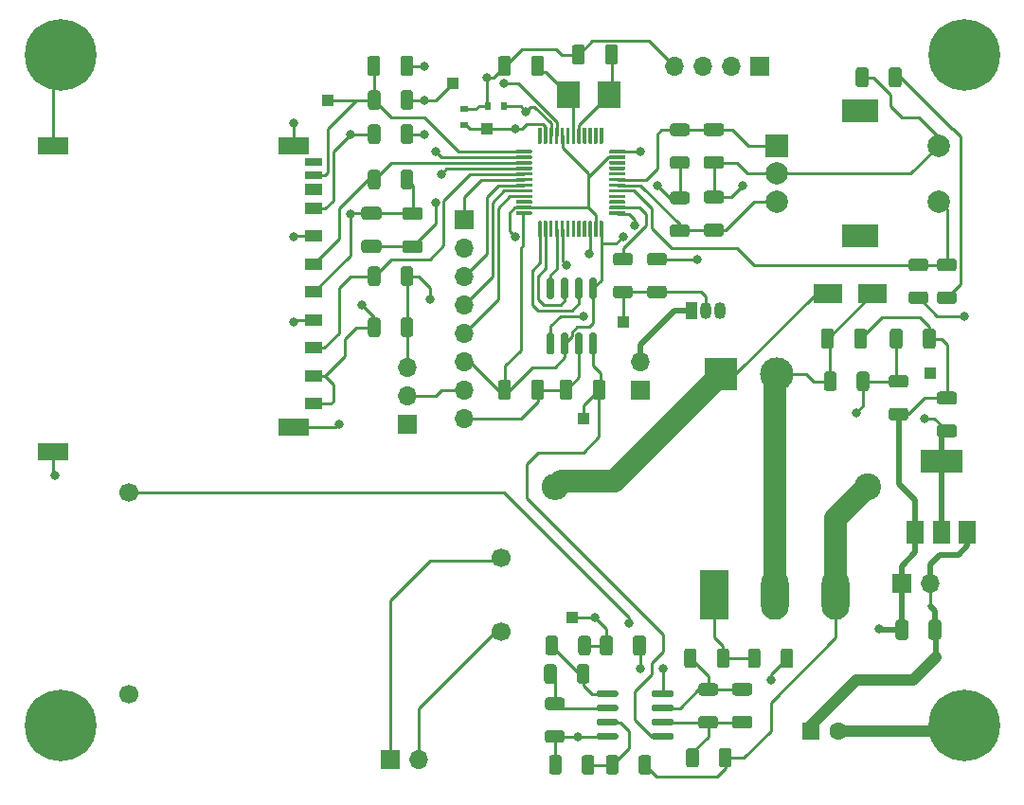
<source format=gbr>
%TF.GenerationSoftware,KiCad,Pcbnew,(5.1.10)-1*%
%TF.CreationDate,2021-08-06T22:34:04+03:00*%
%TF.ProjectId,electronic_load,656c6563-7472-46f6-9e69-635f6c6f6164,rev?*%
%TF.SameCoordinates,Original*%
%TF.FileFunction,Copper,L1,Top*%
%TF.FilePolarity,Positive*%
%FSLAX46Y46*%
G04 Gerber Fmt 4.6, Leading zero omitted, Abs format (unit mm)*
G04 Created by KiCad (PCBNEW (5.1.10)-1) date 2021-08-06 22:34:04*
%MOMM*%
%LPD*%
G01*
G04 APERTURE LIST*
%TA.AperFunction,ComponentPad*%
%ADD10C,1.700000*%
%TD*%
%TA.AperFunction,ComponentPad*%
%ADD11C,1.600000*%
%TD*%
%TA.AperFunction,ComponentPad*%
%ADD12R,1.600000X1.600000*%
%TD*%
%TA.AperFunction,ComponentPad*%
%ADD13O,1.700000X1.700000*%
%TD*%
%TA.AperFunction,ComponentPad*%
%ADD14R,1.700000X1.700000*%
%TD*%
%TA.AperFunction,SMDPad,CuDef*%
%ADD15R,0.700000X0.600000*%
%TD*%
%TA.AperFunction,SMDPad,CuDef*%
%ADD16R,0.600000X0.700000*%
%TD*%
%TA.AperFunction,SMDPad,CuDef*%
%ADD17R,1.000000X1.000000*%
%TD*%
%TA.AperFunction,ComponentPad*%
%ADD18R,1.050000X1.500000*%
%TD*%
%TA.AperFunction,ComponentPad*%
%ADD19O,1.050000X1.500000*%
%TD*%
%TA.AperFunction,ComponentPad*%
%ADD20C,0.800000*%
%TD*%
%TA.AperFunction,ComponentPad*%
%ADD21C,6.400000*%
%TD*%
%TA.AperFunction,SMDPad,CuDef*%
%ADD22R,2.800000X1.500000*%
%TD*%
%TA.AperFunction,SMDPad,CuDef*%
%ADD23R,1.500000X0.700000*%
%TD*%
%TA.AperFunction,SMDPad,CuDef*%
%ADD24R,1.500000X1.000000*%
%TD*%
%TA.AperFunction,SMDPad,CuDef*%
%ADD25R,2.500000X1.800000*%
%TD*%
%TA.AperFunction,ComponentPad*%
%ADD26C,3.000000*%
%TD*%
%TA.AperFunction,ComponentPad*%
%ADD27R,3.000000X3.000000*%
%TD*%
%TA.AperFunction,SMDPad,CuDef*%
%ADD28R,2.000000X2.400000*%
%TD*%
%TA.AperFunction,SMDPad,CuDef*%
%ADD29R,1.500000X2.000000*%
%TD*%
%TA.AperFunction,SMDPad,CuDef*%
%ADD30R,3.800000X2.000000*%
%TD*%
%TA.AperFunction,ComponentPad*%
%ADD31R,2.000000X2.000000*%
%TD*%
%TA.AperFunction,ComponentPad*%
%ADD32C,2.000000*%
%TD*%
%TA.AperFunction,ComponentPad*%
%ADD33R,3.200000X2.000000*%
%TD*%
%TA.AperFunction,ComponentPad*%
%ADD34O,2.400000X2.400000*%
%TD*%
%TA.AperFunction,ComponentPad*%
%ADD35C,2.400000*%
%TD*%
%TA.AperFunction,ComponentPad*%
%ADD36O,2.500000X4.500000*%
%TD*%
%TA.AperFunction,ComponentPad*%
%ADD37R,2.500000X4.500000*%
%TD*%
%TA.AperFunction,ViaPad*%
%ADD38C,0.800000*%
%TD*%
%TA.AperFunction,Conductor*%
%ADD39C,0.250000*%
%TD*%
%TA.AperFunction,Conductor*%
%ADD40C,0.500000*%
%TD*%
%TA.AperFunction,Conductor*%
%ADD41C,1.000000*%
%TD*%
%TA.AperFunction,Conductor*%
%ADD42C,2.000000*%
%TD*%
G04 APERTURE END LIST*
D10*
%TO.P,PS1,3*%
%TO.N,GND*%
X77724000Y-140462000D03*
%TO.P,PS1,4*%
%TO.N,+12V*%
X77724000Y-122428000D03*
%TO.P,PS1,1*%
%TO.N,Net-(J6-Pad2)*%
X110998000Y-134874000D03*
%TO.P,PS1,2*%
%TO.N,Net-(J6-Pad1)*%
X110998000Y-128270000D03*
%TD*%
%TO.P,R8,2*%
%TO.N,ADC_I*%
%TA.AperFunction,SMDPad,CuDef*%
G36*
G01*
X117928500Y-136769001D02*
X117928500Y-135518999D01*
G75*
G02*
X118178499Y-135269000I249999J0D01*
G01*
X118803501Y-135269000D01*
G75*
G02*
X119053500Y-135518999I0J-249999D01*
G01*
X119053500Y-136769001D01*
G75*
G02*
X118803501Y-137019000I-249999J0D01*
G01*
X118178499Y-137019000D01*
G75*
G02*
X117928500Y-136769001I0J249999D01*
G01*
G37*
%TD.AperFunction*%
%TO.P,R8,1*%
%TO.N,Net-(R7-Pad2)*%
%TA.AperFunction,SMDPad,CuDef*%
G36*
G01*
X115003500Y-136769001D02*
X115003500Y-135518999D01*
G75*
G02*
X115253499Y-135269000I249999J0D01*
G01*
X115878501Y-135269000D01*
G75*
G02*
X116128500Y-135518999I0J-249999D01*
G01*
X116128500Y-136769001D01*
G75*
G02*
X115878501Y-137019000I-249999J0D01*
G01*
X115253499Y-137019000D01*
G75*
G02*
X115003500Y-136769001I0J249999D01*
G01*
G37*
%TD.AperFunction*%
%TD*%
D11*
%TO.P,C17,2*%
%TO.N,GND*%
X141184000Y-143764000D03*
D12*
%TO.P,C17,1*%
%TO.N,+12V*%
X138684000Y-143764000D03*
%TD*%
D13*
%TO.P,J7,2*%
%TO.N,Net-(J7-Pad2)*%
X123444000Y-110744000D03*
D14*
%TO.P,J7,1*%
%TO.N,+12V*%
X123444000Y-113284000D03*
%TD*%
D15*
%TO.P,D3,1*%
%TO.N,ADC_U*%
X107696000Y-89600000D03*
%TO.P,D3,2*%
%TO.N,GND*%
X107696000Y-88200000D03*
%TD*%
D16*
%TO.P,D2,1*%
%TO.N,ADC_I*%
X111252000Y-87884000D03*
%TO.P,D2,2*%
%TO.N,GND*%
X109852000Y-87884000D03*
%TD*%
D17*
%TO.P,TP7,1*%
%TO.N,Net-(Q2-Pad2)*%
X121920000Y-107188000D03*
%TD*%
%TO.P,TP6,1*%
%TO.N,SD_detected*%
X95504000Y-87376000D03*
%TD*%
%TO.P,TP5,1*%
%TO.N,ADC_U*%
X109728000Y-89916000D03*
%TD*%
%TO.P,TP4,1*%
%TO.N,DAC_OUT*%
X118364000Y-115824000D03*
%TD*%
%TO.P,TP3,1*%
%TO.N,+3V3*%
X106680000Y-85852000D03*
%TD*%
%TO.P,TP2,1*%
%TO.N,ADC_I*%
X117348000Y-133604000D03*
%TD*%
%TO.P,TP1,1*%
%TO.N,+12V*%
X146812000Y-139192000D03*
%TD*%
D18*
%TO.P,Q2,1*%
%TO.N,Net-(J7-Pad2)*%
X128016000Y-106172000D03*
D19*
%TO.P,Q2,3*%
%TO.N,GND*%
X130556000Y-106172000D03*
%TO.P,Q2,2*%
%TO.N,Net-(Q2-Pad2)*%
X129286000Y-106172000D03*
%TD*%
%TO.P,R23,2*%
%TO.N,GND*%
%TA.AperFunction,SMDPad,CuDef*%
G36*
G01*
X125593001Y-102162500D02*
X124342999Y-102162500D01*
G75*
G02*
X124093000Y-101912501I0J249999D01*
G01*
X124093000Y-101287499D01*
G75*
G02*
X124342999Y-101037500I249999J0D01*
G01*
X125593001Y-101037500D01*
G75*
G02*
X125843000Y-101287499I0J-249999D01*
G01*
X125843000Y-101912501D01*
G75*
G02*
X125593001Y-102162500I-249999J0D01*
G01*
G37*
%TD.AperFunction*%
%TO.P,R23,1*%
%TO.N,Net-(Q2-Pad2)*%
%TA.AperFunction,SMDPad,CuDef*%
G36*
G01*
X125593001Y-105087500D02*
X124342999Y-105087500D01*
G75*
G02*
X124093000Y-104837501I0J249999D01*
G01*
X124093000Y-104212499D01*
G75*
G02*
X124342999Y-103962500I249999J0D01*
G01*
X125593001Y-103962500D01*
G75*
G02*
X125843000Y-104212499I0J-249999D01*
G01*
X125843000Y-104837501D01*
G75*
G02*
X125593001Y-105087500I-249999J0D01*
G01*
G37*
%TD.AperFunction*%
%TD*%
%TO.P,R12,2*%
%TO.N,FAN*%
%TA.AperFunction,SMDPad,CuDef*%
G36*
G01*
X122545001Y-102162500D02*
X121294999Y-102162500D01*
G75*
G02*
X121045000Y-101912501I0J249999D01*
G01*
X121045000Y-101287499D01*
G75*
G02*
X121294999Y-101037500I249999J0D01*
G01*
X122545001Y-101037500D01*
G75*
G02*
X122795000Y-101287499I0J-249999D01*
G01*
X122795000Y-101912501D01*
G75*
G02*
X122545001Y-102162500I-249999J0D01*
G01*
G37*
%TD.AperFunction*%
%TO.P,R12,1*%
%TO.N,Net-(Q2-Pad2)*%
%TA.AperFunction,SMDPad,CuDef*%
G36*
G01*
X122545001Y-105087500D02*
X121294999Y-105087500D01*
G75*
G02*
X121045000Y-104837501I0J249999D01*
G01*
X121045000Y-104212499D01*
G75*
G02*
X121294999Y-103962500I249999J0D01*
G01*
X122545001Y-103962500D01*
G75*
G02*
X122795000Y-104212499I0J-249999D01*
G01*
X122795000Y-104837501D01*
G75*
G02*
X122545001Y-105087500I-249999J0D01*
G01*
G37*
%TD.AperFunction*%
%TD*%
D13*
%TO.P,J6,2*%
%TO.N,Net-(J6-Pad2)*%
X103632000Y-146304000D03*
D14*
%TO.P,J6,1*%
%TO.N,Net-(J6-Pad1)*%
X101092000Y-146304000D03*
%TD*%
D20*
%TO.P,H2,1*%
%TO.N,GND*%
X154097056Y-81614944D03*
X152400000Y-80912000D03*
X150702944Y-81614944D03*
X150000000Y-83312000D03*
X150702944Y-85009056D03*
X152400000Y-85712000D03*
X154097056Y-85009056D03*
X154800000Y-83312000D03*
D21*
X152400000Y-83312000D03*
%TD*%
%TO.P,C3,2*%
%TO.N,GND*%
%TA.AperFunction,SMDPad,CuDef*%
G36*
G01*
X147436000Y-134096999D02*
X147436000Y-135397001D01*
G75*
G02*
X147186001Y-135647000I-249999J0D01*
G01*
X146535999Y-135647000D01*
G75*
G02*
X146286000Y-135397001I0J249999D01*
G01*
X146286000Y-134096999D01*
G75*
G02*
X146535999Y-133847000I249999J0D01*
G01*
X147186001Y-133847000D01*
G75*
G02*
X147436000Y-134096999I0J-249999D01*
G01*
G37*
%TD.AperFunction*%
%TO.P,C3,1*%
%TO.N,+12V*%
%TA.AperFunction,SMDPad,CuDef*%
G36*
G01*
X150386000Y-134096999D02*
X150386000Y-135397001D01*
G75*
G02*
X150136001Y-135647000I-249999J0D01*
G01*
X149485999Y-135647000D01*
G75*
G02*
X149236000Y-135397001I0J249999D01*
G01*
X149236000Y-134096999D01*
G75*
G02*
X149485999Y-133847000I249999J0D01*
G01*
X150136001Y-133847000D01*
G75*
G02*
X150386000Y-134096999I0J-249999D01*
G01*
G37*
%TD.AperFunction*%
%TD*%
D22*
%TO.P,J4,12*%
%TO.N,GND*%
X92471000Y-91506000D03*
X70971000Y-91506000D03*
X70971000Y-118806000D03*
X92471000Y-116606000D03*
D23*
%TO.P,J4,11*%
%TO.N,Net-(J4-Pad11)*%
X94271000Y-92901000D03*
%TO.P,J4,10*%
%TO.N,SD_detected*%
X94271000Y-94101000D03*
D24*
%TO.P,J4,9*%
%TO.N,SD_CS*%
X94271000Y-114531000D03*
%TO.P,J4,8*%
%TO.N,Net-(J4-Pad8)*%
X94271000Y-95401000D03*
%TO.P,J4,7*%
%TO.N,SD_MISO*%
X94271000Y-97101000D03*
%TO.P,J4,6*%
%TO.N,GND*%
X94271000Y-99531000D03*
%TO.P,J4,5*%
%TO.N,SD_SCK*%
X94271000Y-102031000D03*
%TO.P,J4,4*%
%TO.N,+3V3*%
X94271000Y-104531000D03*
%TO.P,J4,3*%
%TO.N,GND*%
X94271000Y-107031000D03*
%TO.P,J4,2*%
%TO.N,SD_MOSI*%
X94271000Y-109531000D03*
%TO.P,J4,1*%
%TO.N,SD_CS*%
X94271000Y-112031000D03*
%TD*%
%TO.P,C5,2*%
%TO.N,GND*%
%TA.AperFunction,SMDPad,CuDef*%
G36*
G01*
X118529000Y-82661999D02*
X118529000Y-83962001D01*
G75*
G02*
X118279001Y-84212000I-249999J0D01*
G01*
X117628999Y-84212000D01*
G75*
G02*
X117379000Y-83962001I0J249999D01*
G01*
X117379000Y-82661999D01*
G75*
G02*
X117628999Y-82412000I249999J0D01*
G01*
X118279001Y-82412000D01*
G75*
G02*
X118529000Y-82661999I0J-249999D01*
G01*
G37*
%TD.AperFunction*%
%TO.P,C5,1*%
%TO.N,Net-(C5-Pad1)*%
%TA.AperFunction,SMDPad,CuDef*%
G36*
G01*
X121479000Y-82661999D02*
X121479000Y-83962001D01*
G75*
G02*
X121229001Y-84212000I-249999J0D01*
G01*
X120578999Y-84212000D01*
G75*
G02*
X120329000Y-83962001I0J249999D01*
G01*
X120329000Y-82661999D01*
G75*
G02*
X120578999Y-82412000I249999J0D01*
G01*
X121229001Y-82412000D01*
G75*
G02*
X121479000Y-82661999I0J-249999D01*
G01*
G37*
%TD.AperFunction*%
%TD*%
D17*
%TO.P,REF\u002A\u002A,1*%
%TO.N,N/C*%
X149352000Y-111760000D03*
%TD*%
D13*
%TO.P,U3,8*%
%TO.N,GND*%
X107696000Y-115824000D03*
%TO.P,U3,7*%
%TO.N,Net-(J3-Pad2)*%
X107696000Y-113284000D03*
%TO.P,U3,6*%
%TO.N,+3V3*%
X107696000Y-110744000D03*
%TO.P,U3,5*%
%TO.N,CLK_DISPLAY*%
X107696000Y-108204000D03*
%TO.P,U3,4*%
%TO.N,DIN*%
X107696000Y-105664000D03*
%TO.P,U3,3*%
%TO.N,DC*%
X107696000Y-103124000D03*
%TO.P,U3,2*%
%TO.N,GND*%
X107696000Y-100584000D03*
D14*
%TO.P,U3,1*%
%TO.N,RST_DISPLAY*%
X107696000Y-98044000D03*
%TD*%
D25*
%TO.P,D1,2*%
%TO.N,V_in*%
X144208000Y-104648000D03*
%TO.P,D1,1*%
%TO.N,GND*%
X140208000Y-104648000D03*
%TD*%
D26*
%TO.P,J2,2*%
%TO.N,V_in*%
X135683000Y-111887000D03*
D27*
%TO.P,J2,1*%
%TO.N,GND*%
X130683000Y-111887000D03*
%TD*%
D28*
%TO.P,Y1,2*%
%TO.N,Net-(C6-Pad1)*%
X117022000Y-86868000D03*
%TO.P,Y1,1*%
%TO.N,Net-(C5-Pad1)*%
X120722000Y-86868000D03*
%TD*%
%TO.P,U5,8*%
%TO.N,DAC_OUT*%
%TA.AperFunction,SMDPad,CuDef*%
G36*
G01*
X119103000Y-108180000D02*
X119403000Y-108180000D01*
G75*
G02*
X119553000Y-108330000I0J-150000D01*
G01*
X119553000Y-109980000D01*
G75*
G02*
X119403000Y-110130000I-150000J0D01*
G01*
X119103000Y-110130000D01*
G75*
G02*
X118953000Y-109980000I0J150000D01*
G01*
X118953000Y-108330000D01*
G75*
G02*
X119103000Y-108180000I150000J0D01*
G01*
G37*
%TD.AperFunction*%
%TO.P,U5,7*%
%TO.N,GND*%
%TA.AperFunction,SMDPad,CuDef*%
G36*
G01*
X117833000Y-108180000D02*
X118133000Y-108180000D01*
G75*
G02*
X118283000Y-108330000I0J-150000D01*
G01*
X118283000Y-109980000D01*
G75*
G02*
X118133000Y-110130000I-150000J0D01*
G01*
X117833000Y-110130000D01*
G75*
G02*
X117683000Y-109980000I0J150000D01*
G01*
X117683000Y-108330000D01*
G75*
G02*
X117833000Y-108180000I150000J0D01*
G01*
G37*
%TD.AperFunction*%
%TO.P,U5,6*%
%TO.N,+3V3*%
%TA.AperFunction,SMDPad,CuDef*%
G36*
G01*
X116563000Y-108180000D02*
X116863000Y-108180000D01*
G75*
G02*
X117013000Y-108330000I0J-150000D01*
G01*
X117013000Y-109980000D01*
G75*
G02*
X116863000Y-110130000I-150000J0D01*
G01*
X116563000Y-110130000D01*
G75*
G02*
X116413000Y-109980000I0J150000D01*
G01*
X116413000Y-108330000D01*
G75*
G02*
X116563000Y-108180000I150000J0D01*
G01*
G37*
%TD.AperFunction*%
%TO.P,U5,5*%
%TO.N,LDAC*%
%TA.AperFunction,SMDPad,CuDef*%
G36*
G01*
X115293000Y-108180000D02*
X115593000Y-108180000D01*
G75*
G02*
X115743000Y-108330000I0J-150000D01*
G01*
X115743000Y-109980000D01*
G75*
G02*
X115593000Y-110130000I-150000J0D01*
G01*
X115293000Y-110130000D01*
G75*
G02*
X115143000Y-109980000I0J150000D01*
G01*
X115143000Y-108330000D01*
G75*
G02*
X115293000Y-108180000I150000J0D01*
G01*
G37*
%TD.AperFunction*%
%TO.P,U5,4*%
%TO.N,DAC_MOSI*%
%TA.AperFunction,SMDPad,CuDef*%
G36*
G01*
X115293000Y-103230000D02*
X115593000Y-103230000D01*
G75*
G02*
X115743000Y-103380000I0J-150000D01*
G01*
X115743000Y-105030000D01*
G75*
G02*
X115593000Y-105180000I-150000J0D01*
G01*
X115293000Y-105180000D01*
G75*
G02*
X115143000Y-105030000I0J150000D01*
G01*
X115143000Y-103380000D01*
G75*
G02*
X115293000Y-103230000I150000J0D01*
G01*
G37*
%TD.AperFunction*%
%TO.P,U5,3*%
%TO.N,DAC_SCK*%
%TA.AperFunction,SMDPad,CuDef*%
G36*
G01*
X116563000Y-103230000D02*
X116863000Y-103230000D01*
G75*
G02*
X117013000Y-103380000I0J-150000D01*
G01*
X117013000Y-105030000D01*
G75*
G02*
X116863000Y-105180000I-150000J0D01*
G01*
X116563000Y-105180000D01*
G75*
G02*
X116413000Y-105030000I0J150000D01*
G01*
X116413000Y-103380000D01*
G75*
G02*
X116563000Y-103230000I150000J0D01*
G01*
G37*
%TD.AperFunction*%
%TO.P,U5,2*%
%TO.N,DAC_CS*%
%TA.AperFunction,SMDPad,CuDef*%
G36*
G01*
X117833000Y-103230000D02*
X118133000Y-103230000D01*
G75*
G02*
X118283000Y-103380000I0J-150000D01*
G01*
X118283000Y-105030000D01*
G75*
G02*
X118133000Y-105180000I-150000J0D01*
G01*
X117833000Y-105180000D01*
G75*
G02*
X117683000Y-105030000I0J150000D01*
G01*
X117683000Y-103380000D01*
G75*
G02*
X117833000Y-103230000I150000J0D01*
G01*
G37*
%TD.AperFunction*%
%TO.P,U5,1*%
%TO.N,+3V3*%
%TA.AperFunction,SMDPad,CuDef*%
G36*
G01*
X119103000Y-103230000D02*
X119403000Y-103230000D01*
G75*
G02*
X119553000Y-103380000I0J-150000D01*
G01*
X119553000Y-105030000D01*
G75*
G02*
X119403000Y-105180000I-150000J0D01*
G01*
X119103000Y-105180000D01*
G75*
G02*
X118953000Y-105030000I0J150000D01*
G01*
X118953000Y-103380000D01*
G75*
G02*
X119103000Y-103230000I150000J0D01*
G01*
G37*
%TD.AperFunction*%
%TD*%
D29*
%TO.P,U4,1*%
%TO.N,GND*%
X148068000Y-125984000D03*
%TO.P,U4,3*%
%TO.N,+12V*%
X152668000Y-125984000D03*
%TO.P,U4,2*%
%TO.N,+3V3*%
X150368000Y-125984000D03*
D30*
X150368000Y-119684000D03*
%TD*%
%TO.P,U2,48*%
%TO.N,+3V3*%
%TA.AperFunction,SMDPad,CuDef*%
G36*
G01*
X120749500Y-91838000D02*
X122074500Y-91838000D01*
G75*
G02*
X122149500Y-91913000I0J-75000D01*
G01*
X122149500Y-92063000D01*
G75*
G02*
X122074500Y-92138000I-75000J0D01*
G01*
X120749500Y-92138000D01*
G75*
G02*
X120674500Y-92063000I0J75000D01*
G01*
X120674500Y-91913000D01*
G75*
G02*
X120749500Y-91838000I75000J0D01*
G01*
G37*
%TD.AperFunction*%
%TO.P,U2,47*%
%TO.N,GND*%
%TA.AperFunction,SMDPad,CuDef*%
G36*
G01*
X120749500Y-92338000D02*
X122074500Y-92338000D01*
G75*
G02*
X122149500Y-92413000I0J-75000D01*
G01*
X122149500Y-92563000D01*
G75*
G02*
X122074500Y-92638000I-75000J0D01*
G01*
X120749500Y-92638000D01*
G75*
G02*
X120674500Y-92563000I0J75000D01*
G01*
X120674500Y-92413000D01*
G75*
G02*
X120749500Y-92338000I75000J0D01*
G01*
G37*
%TD.AperFunction*%
%TO.P,U2,46*%
%TO.N,Net-(U2-Pad46)*%
%TA.AperFunction,SMDPad,CuDef*%
G36*
G01*
X120749500Y-92838000D02*
X122074500Y-92838000D01*
G75*
G02*
X122149500Y-92913000I0J-75000D01*
G01*
X122149500Y-93063000D01*
G75*
G02*
X122074500Y-93138000I-75000J0D01*
G01*
X120749500Y-93138000D01*
G75*
G02*
X120674500Y-93063000I0J75000D01*
G01*
X120674500Y-92913000D01*
G75*
G02*
X120749500Y-92838000I75000J0D01*
G01*
G37*
%TD.AperFunction*%
%TO.P,U2,45*%
%TO.N,Net-(U2-Pad45)*%
%TA.AperFunction,SMDPad,CuDef*%
G36*
G01*
X120749500Y-93338000D02*
X122074500Y-93338000D01*
G75*
G02*
X122149500Y-93413000I0J-75000D01*
G01*
X122149500Y-93563000D01*
G75*
G02*
X122074500Y-93638000I-75000J0D01*
G01*
X120749500Y-93638000D01*
G75*
G02*
X120674500Y-93563000I0J75000D01*
G01*
X120674500Y-93413000D01*
G75*
G02*
X120749500Y-93338000I75000J0D01*
G01*
G37*
%TD.AperFunction*%
%TO.P,U2,44*%
%TO.N,Net-(U2-Pad44)*%
%TA.AperFunction,SMDPad,CuDef*%
G36*
G01*
X120749500Y-93838000D02*
X122074500Y-93838000D01*
G75*
G02*
X122149500Y-93913000I0J-75000D01*
G01*
X122149500Y-94063000D01*
G75*
G02*
X122074500Y-94138000I-75000J0D01*
G01*
X120749500Y-94138000D01*
G75*
G02*
X120674500Y-94063000I0J75000D01*
G01*
X120674500Y-93913000D01*
G75*
G02*
X120749500Y-93838000I75000J0D01*
G01*
G37*
%TD.AperFunction*%
%TO.P,U2,43*%
%TO.N,ENC_1*%
%TA.AperFunction,SMDPad,CuDef*%
G36*
G01*
X120749500Y-94338000D02*
X122074500Y-94338000D01*
G75*
G02*
X122149500Y-94413000I0J-75000D01*
G01*
X122149500Y-94563000D01*
G75*
G02*
X122074500Y-94638000I-75000J0D01*
G01*
X120749500Y-94638000D01*
G75*
G02*
X120674500Y-94563000I0J75000D01*
G01*
X120674500Y-94413000D01*
G75*
G02*
X120749500Y-94338000I75000J0D01*
G01*
G37*
%TD.AperFunction*%
%TO.P,U2,42*%
%TO.N,ENC_2*%
%TA.AperFunction,SMDPad,CuDef*%
G36*
G01*
X120749500Y-94838000D02*
X122074500Y-94838000D01*
G75*
G02*
X122149500Y-94913000I0J-75000D01*
G01*
X122149500Y-95063000D01*
G75*
G02*
X122074500Y-95138000I-75000J0D01*
G01*
X120749500Y-95138000D01*
G75*
G02*
X120674500Y-95063000I0J75000D01*
G01*
X120674500Y-94913000D01*
G75*
G02*
X120749500Y-94838000I75000J0D01*
G01*
G37*
%TD.AperFunction*%
%TO.P,U2,41*%
%TO.N,ENC_Button*%
%TA.AperFunction,SMDPad,CuDef*%
G36*
G01*
X120749500Y-95338000D02*
X122074500Y-95338000D01*
G75*
G02*
X122149500Y-95413000I0J-75000D01*
G01*
X122149500Y-95563000D01*
G75*
G02*
X122074500Y-95638000I-75000J0D01*
G01*
X120749500Y-95638000D01*
G75*
G02*
X120674500Y-95563000I0J75000D01*
G01*
X120674500Y-95413000D01*
G75*
G02*
X120749500Y-95338000I75000J0D01*
G01*
G37*
%TD.AperFunction*%
%TO.P,U2,40*%
%TO.N,Net-(U2-Pad40)*%
%TA.AperFunction,SMDPad,CuDef*%
G36*
G01*
X120749500Y-95838000D02*
X122074500Y-95838000D01*
G75*
G02*
X122149500Y-95913000I0J-75000D01*
G01*
X122149500Y-96063000D01*
G75*
G02*
X122074500Y-96138000I-75000J0D01*
G01*
X120749500Y-96138000D01*
G75*
G02*
X120674500Y-96063000I0J75000D01*
G01*
X120674500Y-95913000D01*
G75*
G02*
X120749500Y-95838000I75000J0D01*
G01*
G37*
%TD.AperFunction*%
%TO.P,U2,39*%
%TO.N,Net-(U2-Pad39)*%
%TA.AperFunction,SMDPad,CuDef*%
G36*
G01*
X120749500Y-96338000D02*
X122074500Y-96338000D01*
G75*
G02*
X122149500Y-96413000I0J-75000D01*
G01*
X122149500Y-96563000D01*
G75*
G02*
X122074500Y-96638000I-75000J0D01*
G01*
X120749500Y-96638000D01*
G75*
G02*
X120674500Y-96563000I0J75000D01*
G01*
X120674500Y-96413000D01*
G75*
G02*
X120749500Y-96338000I75000J0D01*
G01*
G37*
%TD.AperFunction*%
%TO.P,U2,38*%
%TO.N,FAN*%
%TA.AperFunction,SMDPad,CuDef*%
G36*
G01*
X120749500Y-96838000D02*
X122074500Y-96838000D01*
G75*
G02*
X122149500Y-96913000I0J-75000D01*
G01*
X122149500Y-97063000D01*
G75*
G02*
X122074500Y-97138000I-75000J0D01*
G01*
X120749500Y-97138000D01*
G75*
G02*
X120674500Y-97063000I0J75000D01*
G01*
X120674500Y-96913000D01*
G75*
G02*
X120749500Y-96838000I75000J0D01*
G01*
G37*
%TD.AperFunction*%
%TO.P,U2,37*%
%TO.N,SWCLK*%
%TA.AperFunction,SMDPad,CuDef*%
G36*
G01*
X120749500Y-97338000D02*
X122074500Y-97338000D01*
G75*
G02*
X122149500Y-97413000I0J-75000D01*
G01*
X122149500Y-97563000D01*
G75*
G02*
X122074500Y-97638000I-75000J0D01*
G01*
X120749500Y-97638000D01*
G75*
G02*
X120674500Y-97563000I0J75000D01*
G01*
X120674500Y-97413000D01*
G75*
G02*
X120749500Y-97338000I75000J0D01*
G01*
G37*
%TD.AperFunction*%
%TO.P,U2,36*%
%TO.N,+3V3*%
%TA.AperFunction,SMDPad,CuDef*%
G36*
G01*
X119924500Y-98163000D02*
X120074500Y-98163000D01*
G75*
G02*
X120149500Y-98238000I0J-75000D01*
G01*
X120149500Y-99563000D01*
G75*
G02*
X120074500Y-99638000I-75000J0D01*
G01*
X119924500Y-99638000D01*
G75*
G02*
X119849500Y-99563000I0J75000D01*
G01*
X119849500Y-98238000D01*
G75*
G02*
X119924500Y-98163000I75000J0D01*
G01*
G37*
%TD.AperFunction*%
%TO.P,U2,35*%
%TO.N,GND*%
%TA.AperFunction,SMDPad,CuDef*%
G36*
G01*
X119424500Y-98163000D02*
X119574500Y-98163000D01*
G75*
G02*
X119649500Y-98238000I0J-75000D01*
G01*
X119649500Y-99563000D01*
G75*
G02*
X119574500Y-99638000I-75000J0D01*
G01*
X119424500Y-99638000D01*
G75*
G02*
X119349500Y-99563000I0J75000D01*
G01*
X119349500Y-98238000D01*
G75*
G02*
X119424500Y-98163000I75000J0D01*
G01*
G37*
%TD.AperFunction*%
%TO.P,U2,34*%
%TO.N,SWDIO*%
%TA.AperFunction,SMDPad,CuDef*%
G36*
G01*
X118924500Y-98163000D02*
X119074500Y-98163000D01*
G75*
G02*
X119149500Y-98238000I0J-75000D01*
G01*
X119149500Y-99563000D01*
G75*
G02*
X119074500Y-99638000I-75000J0D01*
G01*
X118924500Y-99638000D01*
G75*
G02*
X118849500Y-99563000I0J75000D01*
G01*
X118849500Y-98238000D01*
G75*
G02*
X118924500Y-98163000I75000J0D01*
G01*
G37*
%TD.AperFunction*%
%TO.P,U2,33*%
%TO.N,Net-(U2-Pad33)*%
%TA.AperFunction,SMDPad,CuDef*%
G36*
G01*
X118424500Y-98163000D02*
X118574500Y-98163000D01*
G75*
G02*
X118649500Y-98238000I0J-75000D01*
G01*
X118649500Y-99563000D01*
G75*
G02*
X118574500Y-99638000I-75000J0D01*
G01*
X118424500Y-99638000D01*
G75*
G02*
X118349500Y-99563000I0J75000D01*
G01*
X118349500Y-98238000D01*
G75*
G02*
X118424500Y-98163000I75000J0D01*
G01*
G37*
%TD.AperFunction*%
%TO.P,U2,32*%
%TO.N,Net-(U2-Pad32)*%
%TA.AperFunction,SMDPad,CuDef*%
G36*
G01*
X117924500Y-98163000D02*
X118074500Y-98163000D01*
G75*
G02*
X118149500Y-98238000I0J-75000D01*
G01*
X118149500Y-99563000D01*
G75*
G02*
X118074500Y-99638000I-75000J0D01*
G01*
X117924500Y-99638000D01*
G75*
G02*
X117849500Y-99563000I0J75000D01*
G01*
X117849500Y-98238000D01*
G75*
G02*
X117924500Y-98163000I75000J0D01*
G01*
G37*
%TD.AperFunction*%
%TO.P,U2,31*%
%TO.N,Net-(U2-Pad31)*%
%TA.AperFunction,SMDPad,CuDef*%
G36*
G01*
X117424500Y-98163000D02*
X117574500Y-98163000D01*
G75*
G02*
X117649500Y-98238000I0J-75000D01*
G01*
X117649500Y-99563000D01*
G75*
G02*
X117574500Y-99638000I-75000J0D01*
G01*
X117424500Y-99638000D01*
G75*
G02*
X117349500Y-99563000I0J75000D01*
G01*
X117349500Y-98238000D01*
G75*
G02*
X117424500Y-98163000I75000J0D01*
G01*
G37*
%TD.AperFunction*%
%TO.P,U2,30*%
%TO.N,Net-(U2-Pad30)*%
%TA.AperFunction,SMDPad,CuDef*%
G36*
G01*
X116924500Y-98163000D02*
X117074500Y-98163000D01*
G75*
G02*
X117149500Y-98238000I0J-75000D01*
G01*
X117149500Y-99563000D01*
G75*
G02*
X117074500Y-99638000I-75000J0D01*
G01*
X116924500Y-99638000D01*
G75*
G02*
X116849500Y-99563000I0J75000D01*
G01*
X116849500Y-98238000D01*
G75*
G02*
X116924500Y-98163000I75000J0D01*
G01*
G37*
%TD.AperFunction*%
%TO.P,U2,29*%
%TO.N,LDAC*%
%TA.AperFunction,SMDPad,CuDef*%
G36*
G01*
X116424500Y-98163000D02*
X116574500Y-98163000D01*
G75*
G02*
X116649500Y-98238000I0J-75000D01*
G01*
X116649500Y-99563000D01*
G75*
G02*
X116574500Y-99638000I-75000J0D01*
G01*
X116424500Y-99638000D01*
G75*
G02*
X116349500Y-99563000I0J75000D01*
G01*
X116349500Y-98238000D01*
G75*
G02*
X116424500Y-98163000I75000J0D01*
G01*
G37*
%TD.AperFunction*%
%TO.P,U2,28*%
%TO.N,DAC_MOSI*%
%TA.AperFunction,SMDPad,CuDef*%
G36*
G01*
X115924500Y-98163000D02*
X116074500Y-98163000D01*
G75*
G02*
X116149500Y-98238000I0J-75000D01*
G01*
X116149500Y-99563000D01*
G75*
G02*
X116074500Y-99638000I-75000J0D01*
G01*
X115924500Y-99638000D01*
G75*
G02*
X115849500Y-99563000I0J75000D01*
G01*
X115849500Y-98238000D01*
G75*
G02*
X115924500Y-98163000I75000J0D01*
G01*
G37*
%TD.AperFunction*%
%TO.P,U2,27*%
%TO.N,Net-(U2-Pad27)*%
%TA.AperFunction,SMDPad,CuDef*%
G36*
G01*
X115424500Y-98163000D02*
X115574500Y-98163000D01*
G75*
G02*
X115649500Y-98238000I0J-75000D01*
G01*
X115649500Y-99563000D01*
G75*
G02*
X115574500Y-99638000I-75000J0D01*
G01*
X115424500Y-99638000D01*
G75*
G02*
X115349500Y-99563000I0J75000D01*
G01*
X115349500Y-98238000D01*
G75*
G02*
X115424500Y-98163000I75000J0D01*
G01*
G37*
%TD.AperFunction*%
%TO.P,U2,26*%
%TO.N,DAC_SCK*%
%TA.AperFunction,SMDPad,CuDef*%
G36*
G01*
X114924500Y-98163000D02*
X115074500Y-98163000D01*
G75*
G02*
X115149500Y-98238000I0J-75000D01*
G01*
X115149500Y-99563000D01*
G75*
G02*
X115074500Y-99638000I-75000J0D01*
G01*
X114924500Y-99638000D01*
G75*
G02*
X114849500Y-99563000I0J75000D01*
G01*
X114849500Y-98238000D01*
G75*
G02*
X114924500Y-98163000I75000J0D01*
G01*
G37*
%TD.AperFunction*%
%TO.P,U2,25*%
%TO.N,DAC_CS*%
%TA.AperFunction,SMDPad,CuDef*%
G36*
G01*
X114424500Y-98163000D02*
X114574500Y-98163000D01*
G75*
G02*
X114649500Y-98238000I0J-75000D01*
G01*
X114649500Y-99563000D01*
G75*
G02*
X114574500Y-99638000I-75000J0D01*
G01*
X114424500Y-99638000D01*
G75*
G02*
X114349500Y-99563000I0J75000D01*
G01*
X114349500Y-98238000D01*
G75*
G02*
X114424500Y-98163000I75000J0D01*
G01*
G37*
%TD.AperFunction*%
%TO.P,U2,24*%
%TO.N,+3V3*%
%TA.AperFunction,SMDPad,CuDef*%
G36*
G01*
X112424500Y-97338000D02*
X113749500Y-97338000D01*
G75*
G02*
X113824500Y-97413000I0J-75000D01*
G01*
X113824500Y-97563000D01*
G75*
G02*
X113749500Y-97638000I-75000J0D01*
G01*
X112424500Y-97638000D01*
G75*
G02*
X112349500Y-97563000I0J75000D01*
G01*
X112349500Y-97413000D01*
G75*
G02*
X112424500Y-97338000I75000J0D01*
G01*
G37*
%TD.AperFunction*%
%TO.P,U2,23*%
%TO.N,GND*%
%TA.AperFunction,SMDPad,CuDef*%
G36*
G01*
X112424500Y-96838000D02*
X113749500Y-96838000D01*
G75*
G02*
X113824500Y-96913000I0J-75000D01*
G01*
X113824500Y-97063000D01*
G75*
G02*
X113749500Y-97138000I-75000J0D01*
G01*
X112424500Y-97138000D01*
G75*
G02*
X112349500Y-97063000I0J75000D01*
G01*
X112349500Y-96913000D01*
G75*
G02*
X112424500Y-96838000I75000J0D01*
G01*
G37*
%TD.AperFunction*%
%TO.P,U2,22*%
%TO.N,Net-(U2-Pad22)*%
%TA.AperFunction,SMDPad,CuDef*%
G36*
G01*
X112424500Y-96338000D02*
X113749500Y-96338000D01*
G75*
G02*
X113824500Y-96413000I0J-75000D01*
G01*
X113824500Y-96563000D01*
G75*
G02*
X113749500Y-96638000I-75000J0D01*
G01*
X112424500Y-96638000D01*
G75*
G02*
X112349500Y-96563000I0J75000D01*
G01*
X112349500Y-96413000D01*
G75*
G02*
X112424500Y-96338000I75000J0D01*
G01*
G37*
%TD.AperFunction*%
%TO.P,U2,21*%
%TO.N,CLK_DISPLAY*%
%TA.AperFunction,SMDPad,CuDef*%
G36*
G01*
X112424500Y-95838000D02*
X113749500Y-95838000D01*
G75*
G02*
X113824500Y-95913000I0J-75000D01*
G01*
X113824500Y-96063000D01*
G75*
G02*
X113749500Y-96138000I-75000J0D01*
G01*
X112424500Y-96138000D01*
G75*
G02*
X112349500Y-96063000I0J75000D01*
G01*
X112349500Y-95913000D01*
G75*
G02*
X112424500Y-95838000I75000J0D01*
G01*
G37*
%TD.AperFunction*%
%TO.P,U2,20*%
%TO.N,DIN*%
%TA.AperFunction,SMDPad,CuDef*%
G36*
G01*
X112424500Y-95338000D02*
X113749500Y-95338000D01*
G75*
G02*
X113824500Y-95413000I0J-75000D01*
G01*
X113824500Y-95563000D01*
G75*
G02*
X113749500Y-95638000I-75000J0D01*
G01*
X112424500Y-95638000D01*
G75*
G02*
X112349500Y-95563000I0J75000D01*
G01*
X112349500Y-95413000D01*
G75*
G02*
X112424500Y-95338000I75000J0D01*
G01*
G37*
%TD.AperFunction*%
%TO.P,U2,19*%
%TO.N,DC*%
%TA.AperFunction,SMDPad,CuDef*%
G36*
G01*
X112424500Y-94838000D02*
X113749500Y-94838000D01*
G75*
G02*
X113824500Y-94913000I0J-75000D01*
G01*
X113824500Y-95063000D01*
G75*
G02*
X113749500Y-95138000I-75000J0D01*
G01*
X112424500Y-95138000D01*
G75*
G02*
X112349500Y-95063000I0J75000D01*
G01*
X112349500Y-94913000D01*
G75*
G02*
X112424500Y-94838000I75000J0D01*
G01*
G37*
%TD.AperFunction*%
%TO.P,U2,18*%
%TO.N,RST_DISPLAY*%
%TA.AperFunction,SMDPad,CuDef*%
G36*
G01*
X112424500Y-94338000D02*
X113749500Y-94338000D01*
G75*
G02*
X113824500Y-94413000I0J-75000D01*
G01*
X113824500Y-94563000D01*
G75*
G02*
X113749500Y-94638000I-75000J0D01*
G01*
X112424500Y-94638000D01*
G75*
G02*
X112349500Y-94563000I0J75000D01*
G01*
X112349500Y-94413000D01*
G75*
G02*
X112424500Y-94338000I75000J0D01*
G01*
G37*
%TD.AperFunction*%
%TO.P,U2,17*%
%TO.N,SD_MOSI*%
%TA.AperFunction,SMDPad,CuDef*%
G36*
G01*
X112424500Y-93838000D02*
X113749500Y-93838000D01*
G75*
G02*
X113824500Y-93913000I0J-75000D01*
G01*
X113824500Y-94063000D01*
G75*
G02*
X113749500Y-94138000I-75000J0D01*
G01*
X112424500Y-94138000D01*
G75*
G02*
X112349500Y-94063000I0J75000D01*
G01*
X112349500Y-93913000D01*
G75*
G02*
X112424500Y-93838000I75000J0D01*
G01*
G37*
%TD.AperFunction*%
%TO.P,U2,16*%
%TO.N,SD_MISO*%
%TA.AperFunction,SMDPad,CuDef*%
G36*
G01*
X112424500Y-93338000D02*
X113749500Y-93338000D01*
G75*
G02*
X113824500Y-93413000I0J-75000D01*
G01*
X113824500Y-93563000D01*
G75*
G02*
X113749500Y-93638000I-75000J0D01*
G01*
X112424500Y-93638000D01*
G75*
G02*
X112349500Y-93563000I0J75000D01*
G01*
X112349500Y-93413000D01*
G75*
G02*
X112424500Y-93338000I75000J0D01*
G01*
G37*
%TD.AperFunction*%
%TO.P,U2,15*%
%TO.N,SD_SCK*%
%TA.AperFunction,SMDPad,CuDef*%
G36*
G01*
X112424500Y-92838000D02*
X113749500Y-92838000D01*
G75*
G02*
X113824500Y-92913000I0J-75000D01*
G01*
X113824500Y-93063000D01*
G75*
G02*
X113749500Y-93138000I-75000J0D01*
G01*
X112424500Y-93138000D01*
G75*
G02*
X112349500Y-93063000I0J75000D01*
G01*
X112349500Y-92913000D01*
G75*
G02*
X112424500Y-92838000I75000J0D01*
G01*
G37*
%TD.AperFunction*%
%TO.P,U2,14*%
%TO.N,SD_CS*%
%TA.AperFunction,SMDPad,CuDef*%
G36*
G01*
X112424500Y-92338000D02*
X113749500Y-92338000D01*
G75*
G02*
X113824500Y-92413000I0J-75000D01*
G01*
X113824500Y-92563000D01*
G75*
G02*
X113749500Y-92638000I-75000J0D01*
G01*
X112424500Y-92638000D01*
G75*
G02*
X112349500Y-92563000I0J75000D01*
G01*
X112349500Y-92413000D01*
G75*
G02*
X112424500Y-92338000I75000J0D01*
G01*
G37*
%TD.AperFunction*%
%TO.P,U2,13*%
%TO.N,SD_detected*%
%TA.AperFunction,SMDPad,CuDef*%
G36*
G01*
X112424500Y-91838000D02*
X113749500Y-91838000D01*
G75*
G02*
X113824500Y-91913000I0J-75000D01*
G01*
X113824500Y-92063000D01*
G75*
G02*
X113749500Y-92138000I-75000J0D01*
G01*
X112424500Y-92138000D01*
G75*
G02*
X112349500Y-92063000I0J75000D01*
G01*
X112349500Y-91913000D01*
G75*
G02*
X112424500Y-91838000I75000J0D01*
G01*
G37*
%TD.AperFunction*%
%TO.P,U2,12*%
%TO.N,Net-(U2-Pad12)*%
%TA.AperFunction,SMDPad,CuDef*%
G36*
G01*
X114424500Y-89838000D02*
X114574500Y-89838000D01*
G75*
G02*
X114649500Y-89913000I0J-75000D01*
G01*
X114649500Y-91238000D01*
G75*
G02*
X114574500Y-91313000I-75000J0D01*
G01*
X114424500Y-91313000D01*
G75*
G02*
X114349500Y-91238000I0J75000D01*
G01*
X114349500Y-89913000D01*
G75*
G02*
X114424500Y-89838000I75000J0D01*
G01*
G37*
%TD.AperFunction*%
%TO.P,U2,11*%
%TO.N,ADC_U*%
%TA.AperFunction,SMDPad,CuDef*%
G36*
G01*
X114924500Y-89838000D02*
X115074500Y-89838000D01*
G75*
G02*
X115149500Y-89913000I0J-75000D01*
G01*
X115149500Y-91238000D01*
G75*
G02*
X115074500Y-91313000I-75000J0D01*
G01*
X114924500Y-91313000D01*
G75*
G02*
X114849500Y-91238000I0J75000D01*
G01*
X114849500Y-89913000D01*
G75*
G02*
X114924500Y-89838000I75000J0D01*
G01*
G37*
%TD.AperFunction*%
%TO.P,U2,10*%
%TO.N,ADC_I*%
%TA.AperFunction,SMDPad,CuDef*%
G36*
G01*
X115424500Y-89838000D02*
X115574500Y-89838000D01*
G75*
G02*
X115649500Y-89913000I0J-75000D01*
G01*
X115649500Y-91238000D01*
G75*
G02*
X115574500Y-91313000I-75000J0D01*
G01*
X115424500Y-91313000D01*
G75*
G02*
X115349500Y-91238000I0J75000D01*
G01*
X115349500Y-89913000D01*
G75*
G02*
X115424500Y-89838000I75000J0D01*
G01*
G37*
%TD.AperFunction*%
%TO.P,U2,9*%
%TO.N,+3V3*%
%TA.AperFunction,SMDPad,CuDef*%
G36*
G01*
X115924500Y-89838000D02*
X116074500Y-89838000D01*
G75*
G02*
X116149500Y-89913000I0J-75000D01*
G01*
X116149500Y-91238000D01*
G75*
G02*
X116074500Y-91313000I-75000J0D01*
G01*
X115924500Y-91313000D01*
G75*
G02*
X115849500Y-91238000I0J75000D01*
G01*
X115849500Y-89913000D01*
G75*
G02*
X115924500Y-89838000I75000J0D01*
G01*
G37*
%TD.AperFunction*%
%TO.P,U2,8*%
%TO.N,GND*%
%TA.AperFunction,SMDPad,CuDef*%
G36*
G01*
X116424500Y-89838000D02*
X116574500Y-89838000D01*
G75*
G02*
X116649500Y-89913000I0J-75000D01*
G01*
X116649500Y-91238000D01*
G75*
G02*
X116574500Y-91313000I-75000J0D01*
G01*
X116424500Y-91313000D01*
G75*
G02*
X116349500Y-91238000I0J75000D01*
G01*
X116349500Y-89913000D01*
G75*
G02*
X116424500Y-89838000I75000J0D01*
G01*
G37*
%TD.AperFunction*%
%TO.P,U2,7*%
%TO.N,Net-(U2-Pad7)*%
%TA.AperFunction,SMDPad,CuDef*%
G36*
G01*
X116924500Y-89838000D02*
X117074500Y-89838000D01*
G75*
G02*
X117149500Y-89913000I0J-75000D01*
G01*
X117149500Y-91238000D01*
G75*
G02*
X117074500Y-91313000I-75000J0D01*
G01*
X116924500Y-91313000D01*
G75*
G02*
X116849500Y-91238000I0J75000D01*
G01*
X116849500Y-89913000D01*
G75*
G02*
X116924500Y-89838000I75000J0D01*
G01*
G37*
%TD.AperFunction*%
%TO.P,U2,6*%
%TO.N,Net-(C6-Pad1)*%
%TA.AperFunction,SMDPad,CuDef*%
G36*
G01*
X117424500Y-89838000D02*
X117574500Y-89838000D01*
G75*
G02*
X117649500Y-89913000I0J-75000D01*
G01*
X117649500Y-91238000D01*
G75*
G02*
X117574500Y-91313000I-75000J0D01*
G01*
X117424500Y-91313000D01*
G75*
G02*
X117349500Y-91238000I0J75000D01*
G01*
X117349500Y-89913000D01*
G75*
G02*
X117424500Y-89838000I75000J0D01*
G01*
G37*
%TD.AperFunction*%
%TO.P,U2,5*%
%TO.N,Net-(C5-Pad1)*%
%TA.AperFunction,SMDPad,CuDef*%
G36*
G01*
X117924500Y-89838000D02*
X118074500Y-89838000D01*
G75*
G02*
X118149500Y-89913000I0J-75000D01*
G01*
X118149500Y-91238000D01*
G75*
G02*
X118074500Y-91313000I-75000J0D01*
G01*
X117924500Y-91313000D01*
G75*
G02*
X117849500Y-91238000I0J75000D01*
G01*
X117849500Y-89913000D01*
G75*
G02*
X117924500Y-89838000I75000J0D01*
G01*
G37*
%TD.AperFunction*%
%TO.P,U2,4*%
%TO.N,Net-(U2-Pad4)*%
%TA.AperFunction,SMDPad,CuDef*%
G36*
G01*
X118424500Y-89838000D02*
X118574500Y-89838000D01*
G75*
G02*
X118649500Y-89913000I0J-75000D01*
G01*
X118649500Y-91238000D01*
G75*
G02*
X118574500Y-91313000I-75000J0D01*
G01*
X118424500Y-91313000D01*
G75*
G02*
X118349500Y-91238000I0J75000D01*
G01*
X118349500Y-89913000D01*
G75*
G02*
X118424500Y-89838000I75000J0D01*
G01*
G37*
%TD.AperFunction*%
%TO.P,U2,3*%
%TO.N,Net-(U2-Pad3)*%
%TA.AperFunction,SMDPad,CuDef*%
G36*
G01*
X118924500Y-89838000D02*
X119074500Y-89838000D01*
G75*
G02*
X119149500Y-89913000I0J-75000D01*
G01*
X119149500Y-91238000D01*
G75*
G02*
X119074500Y-91313000I-75000J0D01*
G01*
X118924500Y-91313000D01*
G75*
G02*
X118849500Y-91238000I0J75000D01*
G01*
X118849500Y-89913000D01*
G75*
G02*
X118924500Y-89838000I75000J0D01*
G01*
G37*
%TD.AperFunction*%
%TO.P,U2,2*%
%TO.N,Net-(U2-Pad2)*%
%TA.AperFunction,SMDPad,CuDef*%
G36*
G01*
X119424500Y-89838000D02*
X119574500Y-89838000D01*
G75*
G02*
X119649500Y-89913000I0J-75000D01*
G01*
X119649500Y-91238000D01*
G75*
G02*
X119574500Y-91313000I-75000J0D01*
G01*
X119424500Y-91313000D01*
G75*
G02*
X119349500Y-91238000I0J75000D01*
G01*
X119349500Y-89913000D01*
G75*
G02*
X119424500Y-89838000I75000J0D01*
G01*
G37*
%TD.AperFunction*%
%TO.P,U2,1*%
%TO.N,Net-(U2-Pad1)*%
%TA.AperFunction,SMDPad,CuDef*%
G36*
G01*
X119924500Y-89838000D02*
X120074500Y-89838000D01*
G75*
G02*
X120149500Y-89913000I0J-75000D01*
G01*
X120149500Y-91238000D01*
G75*
G02*
X120074500Y-91313000I-75000J0D01*
G01*
X119924500Y-91313000D01*
G75*
G02*
X119849500Y-91238000I0J75000D01*
G01*
X119849500Y-89913000D01*
G75*
G02*
X119924500Y-89838000I75000J0D01*
G01*
G37*
%TD.AperFunction*%
%TD*%
%TO.P,U1,8*%
%TO.N,+12V*%
%TA.AperFunction,SMDPad,CuDef*%
G36*
G01*
X124501000Y-140612000D02*
X124501000Y-140312000D01*
G75*
G02*
X124651000Y-140162000I150000J0D01*
G01*
X126301000Y-140162000D01*
G75*
G02*
X126451000Y-140312000I0J-150000D01*
G01*
X126451000Y-140612000D01*
G75*
G02*
X126301000Y-140762000I-150000J0D01*
G01*
X124651000Y-140762000D01*
G75*
G02*
X124501000Y-140612000I0J150000D01*
G01*
G37*
%TD.AperFunction*%
%TO.P,U1,7*%
%TO.N,Net-(C1-Pad1)*%
%TA.AperFunction,SMDPad,CuDef*%
G36*
G01*
X124501000Y-141882000D02*
X124501000Y-141582000D01*
G75*
G02*
X124651000Y-141432000I150000J0D01*
G01*
X126301000Y-141432000D01*
G75*
G02*
X126451000Y-141582000I0J-150000D01*
G01*
X126451000Y-141882000D01*
G75*
G02*
X126301000Y-142032000I-150000J0D01*
G01*
X124651000Y-142032000D01*
G75*
G02*
X124501000Y-141882000I0J150000D01*
G01*
G37*
%TD.AperFunction*%
%TO.P,U1,6*%
%TO.N,Net-(C1-Pad2)*%
%TA.AperFunction,SMDPad,CuDef*%
G36*
G01*
X124501000Y-143152000D02*
X124501000Y-142852000D01*
G75*
G02*
X124651000Y-142702000I150000J0D01*
G01*
X126301000Y-142702000D01*
G75*
G02*
X126451000Y-142852000I0J-150000D01*
G01*
X126451000Y-143152000D01*
G75*
G02*
X126301000Y-143302000I-150000J0D01*
G01*
X124651000Y-143302000D01*
G75*
G02*
X124501000Y-143152000I0J150000D01*
G01*
G37*
%TD.AperFunction*%
%TO.P,U1,5*%
%TO.N,DAC_OUT*%
%TA.AperFunction,SMDPad,CuDef*%
G36*
G01*
X124501000Y-144422000D02*
X124501000Y-144122000D01*
G75*
G02*
X124651000Y-143972000I150000J0D01*
G01*
X126301000Y-143972000D01*
G75*
G02*
X126451000Y-144122000I0J-150000D01*
G01*
X126451000Y-144422000D01*
G75*
G02*
X126301000Y-144572000I-150000J0D01*
G01*
X124651000Y-144572000D01*
G75*
G02*
X124501000Y-144422000I0J150000D01*
G01*
G37*
%TD.AperFunction*%
%TO.P,U1,4*%
%TO.N,GND*%
%TA.AperFunction,SMDPad,CuDef*%
G36*
G01*
X119551000Y-144422000D02*
X119551000Y-144122000D01*
G75*
G02*
X119701000Y-143972000I150000J0D01*
G01*
X121351000Y-143972000D01*
G75*
G02*
X121501000Y-144122000I0J-150000D01*
G01*
X121501000Y-144422000D01*
G75*
G02*
X121351000Y-144572000I-150000J0D01*
G01*
X119701000Y-144572000D01*
G75*
G02*
X119551000Y-144422000I0J150000D01*
G01*
G37*
%TD.AperFunction*%
%TO.P,U1,3*%
%TO.N,Net-(R10-Pad1)*%
%TA.AperFunction,SMDPad,CuDef*%
G36*
G01*
X119551000Y-143152000D02*
X119551000Y-142852000D01*
G75*
G02*
X119701000Y-142702000I150000J0D01*
G01*
X121351000Y-142702000D01*
G75*
G02*
X121501000Y-142852000I0J-150000D01*
G01*
X121501000Y-143152000D01*
G75*
G02*
X121351000Y-143302000I-150000J0D01*
G01*
X119701000Y-143302000D01*
G75*
G02*
X119551000Y-143152000I0J150000D01*
G01*
G37*
%TD.AperFunction*%
%TO.P,U1,2*%
%TO.N,Net-(R6-Pad2)*%
%TA.AperFunction,SMDPad,CuDef*%
G36*
G01*
X119551000Y-141882000D02*
X119551000Y-141582000D01*
G75*
G02*
X119701000Y-141432000I150000J0D01*
G01*
X121351000Y-141432000D01*
G75*
G02*
X121501000Y-141582000I0J-150000D01*
G01*
X121501000Y-141882000D01*
G75*
G02*
X121351000Y-142032000I-150000J0D01*
G01*
X119701000Y-142032000D01*
G75*
G02*
X119551000Y-141882000I0J150000D01*
G01*
G37*
%TD.AperFunction*%
%TO.P,U1,1*%
%TO.N,Net-(R7-Pad2)*%
%TA.AperFunction,SMDPad,CuDef*%
G36*
G01*
X119551000Y-140612000D02*
X119551000Y-140312000D01*
G75*
G02*
X119701000Y-140162000I150000J0D01*
G01*
X121351000Y-140162000D01*
G75*
G02*
X121501000Y-140312000I0J-150000D01*
G01*
X121501000Y-140612000D01*
G75*
G02*
X121351000Y-140762000I-150000J0D01*
G01*
X119701000Y-140762000D01*
G75*
G02*
X119551000Y-140612000I0J150000D01*
G01*
G37*
%TD.AperFunction*%
%TD*%
D31*
%TO.P,SW1,A*%
%TO.N,ENC_1*%
X135636000Y-91440000D03*
D32*
%TO.P,SW1,C*%
%TO.N,GND*%
X135636000Y-93940000D03*
%TO.P,SW1,B*%
%TO.N,ENC_2*%
X135636000Y-96440000D03*
D33*
%TO.P,SW1,MP*%
%TO.N,N/C*%
X143136000Y-88340000D03*
X143136000Y-99540000D03*
D32*
%TO.P,SW1,S2*%
%TO.N,GND*%
X150136000Y-91440000D03*
%TO.P,SW1,S1*%
%TO.N,ENC_Button*%
X150136000Y-96440000D03*
%TD*%
%TO.P,R22,2*%
%TO.N,Net-(C12-Pad1)*%
%TA.AperFunction,SMDPad,CuDef*%
G36*
G01*
X150250999Y-104470500D02*
X151501001Y-104470500D01*
G75*
G02*
X151751000Y-104720499I0J-249999D01*
G01*
X151751000Y-105345501D01*
G75*
G02*
X151501001Y-105595500I-249999J0D01*
G01*
X150250999Y-105595500D01*
G75*
G02*
X150001000Y-105345501I0J249999D01*
G01*
X150001000Y-104720499D01*
G75*
G02*
X150250999Y-104470500I249999J0D01*
G01*
G37*
%TD.AperFunction*%
%TO.P,R22,1*%
%TO.N,ENC_Button*%
%TA.AperFunction,SMDPad,CuDef*%
G36*
G01*
X150250999Y-101545500D02*
X151501001Y-101545500D01*
G75*
G02*
X151751000Y-101795499I0J-249999D01*
G01*
X151751000Y-102420501D01*
G75*
G02*
X151501001Y-102670500I-249999J0D01*
G01*
X150250999Y-102670500D01*
G75*
G02*
X150001000Y-102420501I0J249999D01*
G01*
X150001000Y-101795499D01*
G75*
G02*
X150250999Y-101545500I249999J0D01*
G01*
G37*
%TD.AperFunction*%
%TD*%
%TO.P,R21,2*%
%TO.N,ENC_Button*%
%TA.AperFunction,SMDPad,CuDef*%
G36*
G01*
X148961001Y-102670500D02*
X147710999Y-102670500D01*
G75*
G02*
X147461000Y-102420501I0J249999D01*
G01*
X147461000Y-101795499D01*
G75*
G02*
X147710999Y-101545500I249999J0D01*
G01*
X148961001Y-101545500D01*
G75*
G02*
X149211000Y-101795499I0J-249999D01*
G01*
X149211000Y-102420501D01*
G75*
G02*
X148961001Y-102670500I-249999J0D01*
G01*
G37*
%TD.AperFunction*%
%TO.P,R21,1*%
%TO.N,+3V3*%
%TA.AperFunction,SMDPad,CuDef*%
G36*
G01*
X148961001Y-105595500D02*
X147710999Y-105595500D01*
G75*
G02*
X147461000Y-105345501I0J249999D01*
G01*
X147461000Y-104720499D01*
G75*
G02*
X147710999Y-104470500I249999J0D01*
G01*
X148961001Y-104470500D01*
G75*
G02*
X149211000Y-104720499I0J-249999D01*
G01*
X149211000Y-105345501D01*
G75*
G02*
X148961001Y-105595500I-249999J0D01*
G01*
G37*
%TD.AperFunction*%
%TD*%
%TO.P,R20,2*%
%TO.N,ENC_1*%
%TA.AperFunction,SMDPad,CuDef*%
G36*
G01*
X127625001Y-90601500D02*
X126374999Y-90601500D01*
G75*
G02*
X126125000Y-90351501I0J249999D01*
G01*
X126125000Y-89726499D01*
G75*
G02*
X126374999Y-89476500I249999J0D01*
G01*
X127625001Y-89476500D01*
G75*
G02*
X127875000Y-89726499I0J-249999D01*
G01*
X127875000Y-90351501D01*
G75*
G02*
X127625001Y-90601500I-249999J0D01*
G01*
G37*
%TD.AperFunction*%
%TO.P,R20,1*%
%TO.N,+3V3*%
%TA.AperFunction,SMDPad,CuDef*%
G36*
G01*
X127625001Y-93526500D02*
X126374999Y-93526500D01*
G75*
G02*
X126125000Y-93276501I0J249999D01*
G01*
X126125000Y-92651499D01*
G75*
G02*
X126374999Y-92401500I249999J0D01*
G01*
X127625001Y-92401500D01*
G75*
G02*
X127875000Y-92651499I0J-249999D01*
G01*
X127875000Y-93276501D01*
G75*
G02*
X127625001Y-93526500I-249999J0D01*
G01*
G37*
%TD.AperFunction*%
%TD*%
%TO.P,R19,2*%
%TO.N,ENC_2*%
%TA.AperFunction,SMDPad,CuDef*%
G36*
G01*
X126374999Y-98497500D02*
X127625001Y-98497500D01*
G75*
G02*
X127875000Y-98747499I0J-249999D01*
G01*
X127875000Y-99372501D01*
G75*
G02*
X127625001Y-99622500I-249999J0D01*
G01*
X126374999Y-99622500D01*
G75*
G02*
X126125000Y-99372501I0J249999D01*
G01*
X126125000Y-98747499D01*
G75*
G02*
X126374999Y-98497500I249999J0D01*
G01*
G37*
%TD.AperFunction*%
%TO.P,R19,1*%
%TO.N,+3V3*%
%TA.AperFunction,SMDPad,CuDef*%
G36*
G01*
X126374999Y-95572500D02*
X127625001Y-95572500D01*
G75*
G02*
X127875000Y-95822499I0J-249999D01*
G01*
X127875000Y-96447501D01*
G75*
G02*
X127625001Y-96697500I-249999J0D01*
G01*
X126374999Y-96697500D01*
G75*
G02*
X126125000Y-96447501I0J249999D01*
G01*
X126125000Y-95822499D01*
G75*
G02*
X126374999Y-95572500I249999J0D01*
G01*
G37*
%TD.AperFunction*%
%TD*%
%TO.P,R18,2*%
%TO.N,SD_SCK*%
%TA.AperFunction,SMDPad,CuDef*%
G36*
G01*
X100253500Y-93862999D02*
X100253500Y-95113001D01*
G75*
G02*
X100003501Y-95363000I-249999J0D01*
G01*
X99378499Y-95363000D01*
G75*
G02*
X99128500Y-95113001I0J249999D01*
G01*
X99128500Y-93862999D01*
G75*
G02*
X99378499Y-93613000I249999J0D01*
G01*
X100003501Y-93613000D01*
G75*
G02*
X100253500Y-93862999I0J-249999D01*
G01*
G37*
%TD.AperFunction*%
%TO.P,R18,1*%
%TO.N,+3V3*%
%TA.AperFunction,SMDPad,CuDef*%
G36*
G01*
X103178500Y-93862999D02*
X103178500Y-95113001D01*
G75*
G02*
X102928501Y-95363000I-249999J0D01*
G01*
X102303499Y-95363000D01*
G75*
G02*
X102053500Y-95113001I0J249999D01*
G01*
X102053500Y-93862999D01*
G75*
G02*
X102303499Y-93613000I249999J0D01*
G01*
X102928501Y-93613000D01*
G75*
G02*
X103178500Y-93862999I0J-249999D01*
G01*
G37*
%TD.AperFunction*%
%TD*%
%TO.P,R17,2*%
%TO.N,SD_MISO*%
%TA.AperFunction,SMDPad,CuDef*%
G36*
G01*
X100253500Y-89798999D02*
X100253500Y-91049001D01*
G75*
G02*
X100003501Y-91299000I-249999J0D01*
G01*
X99378499Y-91299000D01*
G75*
G02*
X99128500Y-91049001I0J249999D01*
G01*
X99128500Y-89798999D01*
G75*
G02*
X99378499Y-89549000I249999J0D01*
G01*
X100003501Y-89549000D01*
G75*
G02*
X100253500Y-89798999I0J-249999D01*
G01*
G37*
%TD.AperFunction*%
%TO.P,R17,1*%
%TO.N,+3V3*%
%TA.AperFunction,SMDPad,CuDef*%
G36*
G01*
X103178500Y-89798999D02*
X103178500Y-91049001D01*
G75*
G02*
X102928501Y-91299000I-249999J0D01*
G01*
X102303499Y-91299000D01*
G75*
G02*
X102053500Y-91049001I0J249999D01*
G01*
X102053500Y-89798999D01*
G75*
G02*
X102303499Y-89549000I249999J0D01*
G01*
X102928501Y-89549000D01*
G75*
G02*
X103178500Y-89798999I0J-249999D01*
G01*
G37*
%TD.AperFunction*%
%TD*%
%TO.P,R16,2*%
%TO.N,SD_MOSI*%
%TA.AperFunction,SMDPad,CuDef*%
G36*
G01*
X100253500Y-102498999D02*
X100253500Y-103749001D01*
G75*
G02*
X100003501Y-103999000I-249999J0D01*
G01*
X99378499Y-103999000D01*
G75*
G02*
X99128500Y-103749001I0J249999D01*
G01*
X99128500Y-102498999D01*
G75*
G02*
X99378499Y-102249000I249999J0D01*
G01*
X100003501Y-102249000D01*
G75*
G02*
X100253500Y-102498999I0J-249999D01*
G01*
G37*
%TD.AperFunction*%
%TO.P,R16,1*%
%TO.N,+3V3*%
%TA.AperFunction,SMDPad,CuDef*%
G36*
G01*
X103178500Y-102498999D02*
X103178500Y-103749001D01*
G75*
G02*
X102928501Y-103999000I-249999J0D01*
G01*
X102303499Y-103999000D01*
G75*
G02*
X102053500Y-103749001I0J249999D01*
G01*
X102053500Y-102498999D01*
G75*
G02*
X102303499Y-102249000I249999J0D01*
G01*
X102928501Y-102249000D01*
G75*
G02*
X103178500Y-102498999I0J-249999D01*
G01*
G37*
%TD.AperFunction*%
%TD*%
%TO.P,R15,2*%
%TO.N,SD_CS*%
%TA.AperFunction,SMDPad,CuDef*%
G36*
G01*
X100253500Y-107070999D02*
X100253500Y-108321001D01*
G75*
G02*
X100003501Y-108571000I-249999J0D01*
G01*
X99378499Y-108571000D01*
G75*
G02*
X99128500Y-108321001I0J249999D01*
G01*
X99128500Y-107070999D01*
G75*
G02*
X99378499Y-106821000I249999J0D01*
G01*
X100003501Y-106821000D01*
G75*
G02*
X100253500Y-107070999I0J-249999D01*
G01*
G37*
%TD.AperFunction*%
%TO.P,R15,1*%
%TO.N,+3V3*%
%TA.AperFunction,SMDPad,CuDef*%
G36*
G01*
X103178500Y-107070999D02*
X103178500Y-108321001D01*
G75*
G02*
X102928501Y-108571000I-249999J0D01*
G01*
X102303499Y-108571000D01*
G75*
G02*
X102053500Y-108321001I0J249999D01*
G01*
X102053500Y-107070999D01*
G75*
G02*
X102303499Y-106821000I249999J0D01*
G01*
X102928501Y-106821000D01*
G75*
G02*
X103178500Y-107070999I0J-249999D01*
G01*
G37*
%TD.AperFunction*%
%TD*%
%TO.P,R14,2*%
%TO.N,GND*%
%TA.AperFunction,SMDPad,CuDef*%
G36*
G01*
X145932999Y-114884500D02*
X147183001Y-114884500D01*
G75*
G02*
X147433000Y-115134499I0J-249999D01*
G01*
X147433000Y-115759501D01*
G75*
G02*
X147183001Y-116009500I-249999J0D01*
G01*
X145932999Y-116009500D01*
G75*
G02*
X145683000Y-115759501I0J249999D01*
G01*
X145683000Y-115134499D01*
G75*
G02*
X145932999Y-114884500I249999J0D01*
G01*
G37*
%TD.AperFunction*%
%TO.P,R14,1*%
%TO.N,ADC_U*%
%TA.AperFunction,SMDPad,CuDef*%
G36*
G01*
X145932999Y-111959500D02*
X147183001Y-111959500D01*
G75*
G02*
X147433000Y-112209499I0J-249999D01*
G01*
X147433000Y-112834501D01*
G75*
G02*
X147183001Y-113084500I-249999J0D01*
G01*
X145932999Y-113084500D01*
G75*
G02*
X145683000Y-112834501I0J249999D01*
G01*
X145683000Y-112209499D01*
G75*
G02*
X145932999Y-111959500I249999J0D01*
G01*
G37*
%TD.AperFunction*%
%TD*%
%TO.P,R13,2*%
%TO.N,ADC_U*%
%TA.AperFunction,SMDPad,CuDef*%
G36*
G01*
X142820500Y-113147001D02*
X142820500Y-111896999D01*
G75*
G02*
X143070499Y-111647000I249999J0D01*
G01*
X143695501Y-111647000D01*
G75*
G02*
X143945500Y-111896999I0J-249999D01*
G01*
X143945500Y-113147001D01*
G75*
G02*
X143695501Y-113397000I-249999J0D01*
G01*
X143070499Y-113397000D01*
G75*
G02*
X142820500Y-113147001I0J249999D01*
G01*
G37*
%TD.AperFunction*%
%TO.P,R13,1*%
%TO.N,V_in*%
%TA.AperFunction,SMDPad,CuDef*%
G36*
G01*
X139895500Y-113147001D02*
X139895500Y-111896999D01*
G75*
G02*
X140145499Y-111647000I249999J0D01*
G01*
X140770501Y-111647000D01*
G75*
G02*
X141020500Y-111896999I0J-249999D01*
G01*
X141020500Y-113147001D01*
G75*
G02*
X140770501Y-113397000I-249999J0D01*
G01*
X140145499Y-113397000D01*
G75*
G02*
X139895500Y-113147001I0J249999D01*
G01*
G37*
%TD.AperFunction*%
%TD*%
%TO.P,R11,2*%
%TO.N,SD_detected*%
%TA.AperFunction,SMDPad,CuDef*%
G36*
G01*
X100253500Y-86750999D02*
X100253500Y-88001001D01*
G75*
G02*
X100003501Y-88251000I-249999J0D01*
G01*
X99378499Y-88251000D01*
G75*
G02*
X99128500Y-88001001I0J249999D01*
G01*
X99128500Y-86750999D01*
G75*
G02*
X99378499Y-86501000I249999J0D01*
G01*
X100003501Y-86501000D01*
G75*
G02*
X100253500Y-86750999I0J-249999D01*
G01*
G37*
%TD.AperFunction*%
%TO.P,R11,1*%
%TO.N,+3V3*%
%TA.AperFunction,SMDPad,CuDef*%
G36*
G01*
X103178500Y-86750999D02*
X103178500Y-88001001D01*
G75*
G02*
X102928501Y-88251000I-249999J0D01*
G01*
X102303499Y-88251000D01*
G75*
G02*
X102053500Y-88001001I0J249999D01*
G01*
X102053500Y-86750999D01*
G75*
G02*
X102303499Y-86501000I249999J0D01*
G01*
X102928501Y-86501000D01*
G75*
G02*
X103178500Y-86750999I0J-249999D01*
G01*
G37*
%TD.AperFunction*%
%TD*%
%TO.P,R10,2*%
%TO.N,Net-(Q1-Pad3)*%
%TA.AperFunction,SMDPad,CuDef*%
G36*
G01*
X123328000Y-147437001D02*
X123328000Y-146186999D01*
G75*
G02*
X123577999Y-145937000I249999J0D01*
G01*
X124203001Y-145937000D01*
G75*
G02*
X124453000Y-146186999I0J-249999D01*
G01*
X124453000Y-147437001D01*
G75*
G02*
X124203001Y-147687000I-249999J0D01*
G01*
X123577999Y-147687000D01*
G75*
G02*
X123328000Y-147437001I0J249999D01*
G01*
G37*
%TD.AperFunction*%
%TO.P,R10,1*%
%TO.N,Net-(R10-Pad1)*%
%TA.AperFunction,SMDPad,CuDef*%
G36*
G01*
X120403000Y-147437001D02*
X120403000Y-146186999D01*
G75*
G02*
X120652999Y-145937000I249999J0D01*
G01*
X121278001Y-145937000D01*
G75*
G02*
X121528000Y-146186999I0J-249999D01*
G01*
X121528000Y-147437001D01*
G75*
G02*
X121278001Y-147687000I-249999J0D01*
G01*
X120652999Y-147687000D01*
G75*
G02*
X120403000Y-147437001I0J249999D01*
G01*
G37*
%TD.AperFunction*%
%TD*%
%TO.P,R9,2*%
%TO.N,Net-(R10-Pad1)*%
%TA.AperFunction,SMDPad,CuDef*%
G36*
G01*
X118248000Y-147437001D02*
X118248000Y-146186999D01*
G75*
G02*
X118497999Y-145937000I249999J0D01*
G01*
X119123001Y-145937000D01*
G75*
G02*
X119373000Y-146186999I0J-249999D01*
G01*
X119373000Y-147437001D01*
G75*
G02*
X119123001Y-147687000I-249999J0D01*
G01*
X118497999Y-147687000D01*
G75*
G02*
X118248000Y-147437001I0J249999D01*
G01*
G37*
%TD.AperFunction*%
%TO.P,R9,1*%
%TO.N,GND*%
%TA.AperFunction,SMDPad,CuDef*%
G36*
G01*
X115323000Y-147437001D02*
X115323000Y-146186999D01*
G75*
G02*
X115572999Y-145937000I249999J0D01*
G01*
X116198001Y-145937000D01*
G75*
G02*
X116448000Y-146186999I0J-249999D01*
G01*
X116448000Y-147437001D01*
G75*
G02*
X116198001Y-147687000I-249999J0D01*
G01*
X115572999Y-147687000D01*
G75*
G02*
X115323000Y-147437001I0J249999D01*
G01*
G37*
%TD.AperFunction*%
%TD*%
%TO.P,R7,2*%
%TO.N,Net-(R7-Pad2)*%
%TA.AperFunction,SMDPad,CuDef*%
G36*
G01*
X117801500Y-139309001D02*
X117801500Y-138058999D01*
G75*
G02*
X118051499Y-137809000I249999J0D01*
G01*
X118676501Y-137809000D01*
G75*
G02*
X118926500Y-138058999I0J-249999D01*
G01*
X118926500Y-139309001D01*
G75*
G02*
X118676501Y-139559000I-249999J0D01*
G01*
X118051499Y-139559000D01*
G75*
G02*
X117801500Y-139309001I0J249999D01*
G01*
G37*
%TD.AperFunction*%
%TO.P,R7,1*%
%TO.N,Net-(R6-Pad2)*%
%TA.AperFunction,SMDPad,CuDef*%
G36*
G01*
X114876500Y-139309001D02*
X114876500Y-138058999D01*
G75*
G02*
X115126499Y-137809000I249999J0D01*
G01*
X115751501Y-137809000D01*
G75*
G02*
X116001500Y-138058999I0J-249999D01*
G01*
X116001500Y-139309001D01*
G75*
G02*
X115751501Y-139559000I-249999J0D01*
G01*
X115126499Y-139559000D01*
G75*
G02*
X114876500Y-139309001I0J249999D01*
G01*
G37*
%TD.AperFunction*%
%TD*%
%TO.P,R6,2*%
%TO.N,Net-(R6-Pad2)*%
%TA.AperFunction,SMDPad,CuDef*%
G36*
G01*
X116449001Y-141909500D02*
X115198999Y-141909500D01*
G75*
G02*
X114949000Y-141659501I0J249999D01*
G01*
X114949000Y-141034499D01*
G75*
G02*
X115198999Y-140784500I249999J0D01*
G01*
X116449001Y-140784500D01*
G75*
G02*
X116699000Y-141034499I0J-249999D01*
G01*
X116699000Y-141659501D01*
G75*
G02*
X116449001Y-141909500I-249999J0D01*
G01*
G37*
%TD.AperFunction*%
%TO.P,R6,1*%
%TO.N,GND*%
%TA.AperFunction,SMDPad,CuDef*%
G36*
G01*
X116449001Y-144834500D02*
X115198999Y-144834500D01*
G75*
G02*
X114949000Y-144584501I0J249999D01*
G01*
X114949000Y-143959499D01*
G75*
G02*
X115198999Y-143709500I249999J0D01*
G01*
X116449001Y-143709500D01*
G75*
G02*
X116699000Y-143959499I0J-249999D01*
G01*
X116699000Y-144584501D01*
G75*
G02*
X116449001Y-144834500I-249999J0D01*
G01*
G37*
%TD.AperFunction*%
%TD*%
%TO.P,R5,2*%
%TO.N,Net-(Q1-Pad3)*%
%TA.AperFunction,SMDPad,CuDef*%
G36*
G01*
X130505500Y-146802001D02*
X130505500Y-145551999D01*
G75*
G02*
X130755499Y-145302000I249999J0D01*
G01*
X131380501Y-145302000D01*
G75*
G02*
X131630500Y-145551999I0J-249999D01*
G01*
X131630500Y-146802001D01*
G75*
G02*
X131380501Y-147052000I-249999J0D01*
G01*
X130755499Y-147052000D01*
G75*
G02*
X130505500Y-146802001I0J249999D01*
G01*
G37*
%TD.AperFunction*%
%TO.P,R5,1*%
%TO.N,Net-(C1-Pad2)*%
%TA.AperFunction,SMDPad,CuDef*%
G36*
G01*
X127580500Y-146802001D02*
X127580500Y-145551999D01*
G75*
G02*
X127830499Y-145302000I249999J0D01*
G01*
X128455501Y-145302000D01*
G75*
G02*
X128705500Y-145551999I0J-249999D01*
G01*
X128705500Y-146802001D01*
G75*
G02*
X128455501Y-147052000I-249999J0D01*
G01*
X127830499Y-147052000D01*
G75*
G02*
X127580500Y-146802001I0J249999D01*
G01*
G37*
%TD.AperFunction*%
%TD*%
%TO.P,R4,2*%
%TO.N,Net-(C1-Pad1)*%
%TA.AperFunction,SMDPad,CuDef*%
G36*
G01*
X130165001Y-140639500D02*
X128914999Y-140639500D01*
G75*
G02*
X128665000Y-140389501I0J249999D01*
G01*
X128665000Y-139764499D01*
G75*
G02*
X128914999Y-139514500I249999J0D01*
G01*
X130165001Y-139514500D01*
G75*
G02*
X130415000Y-139764499I0J-249999D01*
G01*
X130415000Y-140389501D01*
G75*
G02*
X130165001Y-140639500I-249999J0D01*
G01*
G37*
%TD.AperFunction*%
%TO.P,R4,1*%
%TO.N,Net-(C1-Pad2)*%
%TA.AperFunction,SMDPad,CuDef*%
G36*
G01*
X130165001Y-143564500D02*
X128914999Y-143564500D01*
G75*
G02*
X128665000Y-143314501I0J249999D01*
G01*
X128665000Y-142689499D01*
G75*
G02*
X128914999Y-142439500I249999J0D01*
G01*
X130165001Y-142439500D01*
G75*
G02*
X130415000Y-142689499I0J-249999D01*
G01*
X130415000Y-143314501D01*
G75*
G02*
X130165001Y-143564500I-249999J0D01*
G01*
G37*
%TD.AperFunction*%
%TD*%
D34*
%TO.P,R3,2*%
%TO.N,GND*%
X115824000Y-121920000D03*
D35*
%TO.P,R3,1*%
%TO.N,Net-(Q1-Pad3)*%
X143764000Y-121920000D03*
%TD*%
%TO.P,R2,2*%
%TO.N,GND*%
%TA.AperFunction,SMDPad,CuDef*%
G36*
G01*
X136028000Y-137912001D02*
X136028000Y-136661999D01*
G75*
G02*
X136277999Y-136412000I249999J0D01*
G01*
X136903001Y-136412000D01*
G75*
G02*
X137153000Y-136661999I0J-249999D01*
G01*
X137153000Y-137912001D01*
G75*
G02*
X136903001Y-138162000I-249999J0D01*
G01*
X136277999Y-138162000D01*
G75*
G02*
X136028000Y-137912001I0J249999D01*
G01*
G37*
%TD.AperFunction*%
%TO.P,R2,1*%
%TO.N,Net-(Q1-Pad1)*%
%TA.AperFunction,SMDPad,CuDef*%
G36*
G01*
X133103000Y-137912001D02*
X133103000Y-136661999D01*
G75*
G02*
X133352999Y-136412000I249999J0D01*
G01*
X133978001Y-136412000D01*
G75*
G02*
X134228000Y-136661999I0J-249999D01*
G01*
X134228000Y-137912001D01*
G75*
G02*
X133978001Y-138162000I-249999J0D01*
G01*
X133352999Y-138162000D01*
G75*
G02*
X133103000Y-137912001I0J249999D01*
G01*
G37*
%TD.AperFunction*%
%TD*%
%TO.P,R1,2*%
%TO.N,Net-(Q1-Pad1)*%
%TA.AperFunction,SMDPad,CuDef*%
G36*
G01*
X130313000Y-137912001D02*
X130313000Y-136661999D01*
G75*
G02*
X130562999Y-136412000I249999J0D01*
G01*
X131188001Y-136412000D01*
G75*
G02*
X131438000Y-136661999I0J-249999D01*
G01*
X131438000Y-137912001D01*
G75*
G02*
X131188001Y-138162000I-249999J0D01*
G01*
X130562999Y-138162000D01*
G75*
G02*
X130313000Y-137912001I0J249999D01*
G01*
G37*
%TD.AperFunction*%
%TO.P,R1,1*%
%TO.N,Net-(C1-Pad1)*%
%TA.AperFunction,SMDPad,CuDef*%
G36*
G01*
X127388000Y-137912001D02*
X127388000Y-136661999D01*
G75*
G02*
X127637999Y-136412000I249999J0D01*
G01*
X128263001Y-136412000D01*
G75*
G02*
X128513000Y-136661999I0J-249999D01*
G01*
X128513000Y-137912001D01*
G75*
G02*
X128263001Y-138162000I-249999J0D01*
G01*
X127637999Y-138162000D01*
G75*
G02*
X127388000Y-137912001I0J249999D01*
G01*
G37*
%TD.AperFunction*%
%TD*%
D36*
%TO.P,Q1,3*%
%TO.N,Net-(Q1-Pad3)*%
X140948000Y-131572000D03*
%TO.P,Q1,2*%
%TO.N,V_in*%
X135498000Y-131572000D03*
D37*
%TO.P,Q1,1*%
%TO.N,Net-(Q1-Pad1)*%
X130048000Y-131572000D03*
%TD*%
D13*
%TO.P,J5,4*%
%TO.N,GND*%
X126492000Y-84328000D03*
%TO.P,J5,3*%
%TO.N,SWCLK*%
X129032000Y-84328000D03*
%TO.P,J5,2*%
%TO.N,SWDIO*%
X131572000Y-84328000D03*
D14*
%TO.P,J5,1*%
%TO.N,+3V3*%
X134112000Y-84328000D03*
%TD*%
D13*
%TO.P,J3,3*%
%TO.N,+3V3*%
X102616000Y-111252000D03*
%TO.P,J3,2*%
%TO.N,Net-(J3-Pad2)*%
X102616000Y-113792000D03*
D14*
%TO.P,J3,1*%
%TO.N,GND*%
X102616000Y-116332000D03*
%TD*%
D13*
%TO.P,J1,2*%
%TO.N,+12V*%
X149352000Y-130556000D03*
D14*
%TO.P,J1,1*%
%TO.N,GND*%
X146812000Y-130556000D03*
%TD*%
D20*
%TO.P,H4,1*%
%TO.N,GND*%
X73325056Y-141558944D03*
X71628000Y-140856000D03*
X69930944Y-141558944D03*
X69228000Y-143256000D03*
X69930944Y-144953056D03*
X71628000Y-145656000D03*
X73325056Y-144953056D03*
X74028000Y-143256000D03*
D21*
X71628000Y-143256000D03*
%TD*%
D20*
%TO.P,H3,1*%
%TO.N,GND*%
X73325056Y-81614944D03*
X71628000Y-80912000D03*
X69930944Y-81614944D03*
X69228000Y-83312000D03*
X69930944Y-85009056D03*
X71628000Y-85712000D03*
X73325056Y-85009056D03*
X74028000Y-83312000D03*
D21*
X71628000Y-83312000D03*
%TD*%
D20*
%TO.P,H1,1*%
%TO.N,GND*%
X154097056Y-141558944D03*
X152400000Y-140856000D03*
X150702944Y-141558944D03*
X150000000Y-143256000D03*
X150702944Y-144953056D03*
X152400000Y-145656000D03*
X154097056Y-144953056D03*
X154800000Y-143256000D03*
D21*
X152400000Y-143256000D03*
%TD*%
%TO.P,C16,2*%
%TO.N,GND*%
%TA.AperFunction,SMDPad,CuDef*%
G36*
G01*
X102041000Y-84978001D02*
X102041000Y-83677999D01*
G75*
G02*
X102290999Y-83428000I249999J0D01*
G01*
X102941001Y-83428000D01*
G75*
G02*
X103191000Y-83677999I0J-249999D01*
G01*
X103191000Y-84978001D01*
G75*
G02*
X102941001Y-85228000I-249999J0D01*
G01*
X102290999Y-85228000D01*
G75*
G02*
X102041000Y-84978001I0J249999D01*
G01*
G37*
%TD.AperFunction*%
%TO.P,C16,1*%
%TO.N,SD_detected*%
%TA.AperFunction,SMDPad,CuDef*%
G36*
G01*
X99091000Y-84978001D02*
X99091000Y-83677999D01*
G75*
G02*
X99340999Y-83428000I249999J0D01*
G01*
X99991001Y-83428000D01*
G75*
G02*
X100241000Y-83677999I0J-249999D01*
G01*
X100241000Y-84978001D01*
G75*
G02*
X99991001Y-85228000I-249999J0D01*
G01*
X99340999Y-85228000D01*
G75*
G02*
X99091000Y-84978001I0J249999D01*
G01*
G37*
%TD.AperFunction*%
%TD*%
%TO.P,C15,2*%
%TO.N,GND*%
%TA.AperFunction,SMDPad,CuDef*%
G36*
G01*
X117415000Y-112633999D02*
X117415000Y-113934001D01*
G75*
G02*
X117165001Y-114184000I-249999J0D01*
G01*
X116514999Y-114184000D01*
G75*
G02*
X116265000Y-113934001I0J249999D01*
G01*
X116265000Y-112633999D01*
G75*
G02*
X116514999Y-112384000I249999J0D01*
G01*
X117165001Y-112384000D01*
G75*
G02*
X117415000Y-112633999I0J-249999D01*
G01*
G37*
%TD.AperFunction*%
%TO.P,C15,1*%
%TO.N,DAC_OUT*%
%TA.AperFunction,SMDPad,CuDef*%
G36*
G01*
X120365000Y-112633999D02*
X120365000Y-113934001D01*
G75*
G02*
X120115001Y-114184000I-249999J0D01*
G01*
X119464999Y-114184000D01*
G75*
G02*
X119215000Y-113934001I0J249999D01*
G01*
X119215000Y-112633999D01*
G75*
G02*
X119464999Y-112384000I249999J0D01*
G01*
X120115001Y-112384000D01*
G75*
G02*
X120365000Y-112633999I0J-249999D01*
G01*
G37*
%TD.AperFunction*%
%TD*%
%TO.P,C14,2*%
%TO.N,GND*%
%TA.AperFunction,SMDPad,CuDef*%
G36*
G01*
X142583000Y-109362001D02*
X142583000Y-108061999D01*
G75*
G02*
X142832999Y-107812000I249999J0D01*
G01*
X143483001Y-107812000D01*
G75*
G02*
X143733000Y-108061999I0J-249999D01*
G01*
X143733000Y-109362001D01*
G75*
G02*
X143483001Y-109612000I-249999J0D01*
G01*
X142832999Y-109612000D01*
G75*
G02*
X142583000Y-109362001I0J249999D01*
G01*
G37*
%TD.AperFunction*%
%TO.P,C14,1*%
%TO.N,V_in*%
%TA.AperFunction,SMDPad,CuDef*%
G36*
G01*
X139633000Y-109362001D02*
X139633000Y-108061999D01*
G75*
G02*
X139882999Y-107812000I249999J0D01*
G01*
X140533001Y-107812000D01*
G75*
G02*
X140783000Y-108061999I0J-249999D01*
G01*
X140783000Y-109362001D01*
G75*
G02*
X140533001Y-109612000I-249999J0D01*
G01*
X139882999Y-109612000D01*
G75*
G02*
X139633000Y-109362001I0J249999D01*
G01*
G37*
%TD.AperFunction*%
%TD*%
%TO.P,C13,2*%
%TO.N,GND*%
%TA.AperFunction,SMDPad,CuDef*%
G36*
G01*
X130698001Y-96636000D02*
X129397999Y-96636000D01*
G75*
G02*
X129148000Y-96386001I0J249999D01*
G01*
X129148000Y-95735999D01*
G75*
G02*
X129397999Y-95486000I249999J0D01*
G01*
X130698001Y-95486000D01*
G75*
G02*
X130948000Y-95735999I0J-249999D01*
G01*
X130948000Y-96386001D01*
G75*
G02*
X130698001Y-96636000I-249999J0D01*
G01*
G37*
%TD.AperFunction*%
%TO.P,C13,1*%
%TO.N,ENC_2*%
%TA.AperFunction,SMDPad,CuDef*%
G36*
G01*
X130698001Y-99586000D02*
X129397999Y-99586000D01*
G75*
G02*
X129148000Y-99336001I0J249999D01*
G01*
X129148000Y-98685999D01*
G75*
G02*
X129397999Y-98436000I249999J0D01*
G01*
X130698001Y-98436000D01*
G75*
G02*
X130948000Y-98685999I0J-249999D01*
G01*
X130948000Y-99336001D01*
G75*
G02*
X130698001Y-99586000I-249999J0D01*
G01*
G37*
%TD.AperFunction*%
%TD*%
%TO.P,C12,2*%
%TO.N,GND*%
%TA.AperFunction,SMDPad,CuDef*%
G36*
G01*
X143880000Y-84693999D02*
X143880000Y-85994001D01*
G75*
G02*
X143630001Y-86244000I-249999J0D01*
G01*
X142979999Y-86244000D01*
G75*
G02*
X142730000Y-85994001I0J249999D01*
G01*
X142730000Y-84693999D01*
G75*
G02*
X142979999Y-84444000I249999J0D01*
G01*
X143630001Y-84444000D01*
G75*
G02*
X143880000Y-84693999I0J-249999D01*
G01*
G37*
%TD.AperFunction*%
%TO.P,C12,1*%
%TO.N,Net-(C12-Pad1)*%
%TA.AperFunction,SMDPad,CuDef*%
G36*
G01*
X146830000Y-84693999D02*
X146830000Y-85994001D01*
G75*
G02*
X146580001Y-86244000I-249999J0D01*
G01*
X145929999Y-86244000D01*
G75*
G02*
X145680000Y-85994001I0J249999D01*
G01*
X145680000Y-84693999D01*
G75*
G02*
X145929999Y-84444000I249999J0D01*
G01*
X146580001Y-84444000D01*
G75*
G02*
X146830000Y-84693999I0J-249999D01*
G01*
G37*
%TD.AperFunction*%
%TD*%
%TO.P,C11,2*%
%TO.N,GND*%
%TA.AperFunction,SMDPad,CuDef*%
G36*
G01*
X113725000Y-113934001D02*
X113725000Y-112633999D01*
G75*
G02*
X113974999Y-112384000I249999J0D01*
G01*
X114625001Y-112384000D01*
G75*
G02*
X114875000Y-112633999I0J-249999D01*
G01*
X114875000Y-113934001D01*
G75*
G02*
X114625001Y-114184000I-249999J0D01*
G01*
X113974999Y-114184000D01*
G75*
G02*
X113725000Y-113934001I0J249999D01*
G01*
G37*
%TD.AperFunction*%
%TO.P,C11,1*%
%TO.N,+3V3*%
%TA.AperFunction,SMDPad,CuDef*%
G36*
G01*
X110775000Y-113934001D02*
X110775000Y-112633999D01*
G75*
G02*
X111024999Y-112384000I249999J0D01*
G01*
X111675001Y-112384000D01*
G75*
G02*
X111925000Y-112633999I0J-249999D01*
G01*
X111925000Y-113934001D01*
G75*
G02*
X111675001Y-114184000I-249999J0D01*
G01*
X111024999Y-114184000D01*
G75*
G02*
X110775000Y-113934001I0J249999D01*
G01*
G37*
%TD.AperFunction*%
%TD*%
%TO.P,C10,2*%
%TO.N,GND*%
%TA.AperFunction,SMDPad,CuDef*%
G36*
G01*
X129397999Y-92389000D02*
X130698001Y-92389000D01*
G75*
G02*
X130948000Y-92638999I0J-249999D01*
G01*
X130948000Y-93289001D01*
G75*
G02*
X130698001Y-93539000I-249999J0D01*
G01*
X129397999Y-93539000D01*
G75*
G02*
X129148000Y-93289001I0J249999D01*
G01*
X129148000Y-92638999D01*
G75*
G02*
X129397999Y-92389000I249999J0D01*
G01*
G37*
%TD.AperFunction*%
%TO.P,C10,1*%
%TO.N,ENC_1*%
%TA.AperFunction,SMDPad,CuDef*%
G36*
G01*
X129397999Y-89439000D02*
X130698001Y-89439000D01*
G75*
G02*
X130948000Y-89688999I0J-249999D01*
G01*
X130948000Y-90339001D01*
G75*
G02*
X130698001Y-90589000I-249999J0D01*
G01*
X129397999Y-90589000D01*
G75*
G02*
X129148000Y-90339001I0J249999D01*
G01*
X129148000Y-89688999D01*
G75*
G02*
X129397999Y-89439000I249999J0D01*
G01*
G37*
%TD.AperFunction*%
%TD*%
%TO.P,C9,2*%
%TO.N,GND*%
%TA.AperFunction,SMDPad,CuDef*%
G36*
G01*
X98790999Y-99882000D02*
X100091001Y-99882000D01*
G75*
G02*
X100341000Y-100131999I0J-249999D01*
G01*
X100341000Y-100782001D01*
G75*
G02*
X100091001Y-101032000I-249999J0D01*
G01*
X98790999Y-101032000D01*
G75*
G02*
X98541000Y-100782001I0J249999D01*
G01*
X98541000Y-100131999D01*
G75*
G02*
X98790999Y-99882000I249999J0D01*
G01*
G37*
%TD.AperFunction*%
%TO.P,C9,1*%
%TO.N,+3V3*%
%TA.AperFunction,SMDPad,CuDef*%
G36*
G01*
X98790999Y-96932000D02*
X100091001Y-96932000D01*
G75*
G02*
X100341000Y-97181999I0J-249999D01*
G01*
X100341000Y-97832001D01*
G75*
G02*
X100091001Y-98082000I-249999J0D01*
G01*
X98790999Y-98082000D01*
G75*
G02*
X98541000Y-97832001I0J249999D01*
G01*
X98541000Y-97181999D01*
G75*
G02*
X98790999Y-96932000I249999J0D01*
G01*
G37*
%TD.AperFunction*%
%TD*%
%TO.P,C8,2*%
%TO.N,GND*%
%TA.AperFunction,SMDPad,CuDef*%
G36*
G01*
X102473999Y-99911000D02*
X103774001Y-99911000D01*
G75*
G02*
X104024000Y-100160999I0J-249999D01*
G01*
X104024000Y-100811001D01*
G75*
G02*
X103774001Y-101061000I-249999J0D01*
G01*
X102473999Y-101061000D01*
G75*
G02*
X102224000Y-100811001I0J249999D01*
G01*
X102224000Y-100160999D01*
G75*
G02*
X102473999Y-99911000I249999J0D01*
G01*
G37*
%TD.AperFunction*%
%TO.P,C8,1*%
%TO.N,+3V3*%
%TA.AperFunction,SMDPad,CuDef*%
G36*
G01*
X102473999Y-96961000D02*
X103774001Y-96961000D01*
G75*
G02*
X104024000Y-97210999I0J-249999D01*
G01*
X104024000Y-97861001D01*
G75*
G02*
X103774001Y-98111000I-249999J0D01*
G01*
X102473999Y-98111000D01*
G75*
G02*
X102224000Y-97861001I0J249999D01*
G01*
X102224000Y-97210999D01*
G75*
G02*
X102473999Y-96961000I249999J0D01*
G01*
G37*
%TD.AperFunction*%
%TD*%
%TO.P,C7,2*%
%TO.N,GND*%
%TA.AperFunction,SMDPad,CuDef*%
G36*
G01*
X148728000Y-109362001D02*
X148728000Y-108061999D01*
G75*
G02*
X148977999Y-107812000I249999J0D01*
G01*
X149628001Y-107812000D01*
G75*
G02*
X149878000Y-108061999I0J-249999D01*
G01*
X149878000Y-109362001D01*
G75*
G02*
X149628001Y-109612000I-249999J0D01*
G01*
X148977999Y-109612000D01*
G75*
G02*
X148728000Y-109362001I0J249999D01*
G01*
G37*
%TD.AperFunction*%
%TO.P,C7,1*%
%TO.N,ADC_U*%
%TA.AperFunction,SMDPad,CuDef*%
G36*
G01*
X145778000Y-109362001D02*
X145778000Y-108061999D01*
G75*
G02*
X146027999Y-107812000I249999J0D01*
G01*
X146678001Y-107812000D01*
G75*
G02*
X146928000Y-108061999I0J-249999D01*
G01*
X146928000Y-109362001D01*
G75*
G02*
X146678001Y-109612000I-249999J0D01*
G01*
X146027999Y-109612000D01*
G75*
G02*
X145778000Y-109362001I0J249999D01*
G01*
G37*
%TD.AperFunction*%
%TD*%
%TO.P,C6,2*%
%TO.N,GND*%
%TA.AperFunction,SMDPad,CuDef*%
G36*
G01*
X111925000Y-83677999D02*
X111925000Y-84978001D01*
G75*
G02*
X111675001Y-85228000I-249999J0D01*
G01*
X111024999Y-85228000D01*
G75*
G02*
X110775000Y-84978001I0J249999D01*
G01*
X110775000Y-83677999D01*
G75*
G02*
X111024999Y-83428000I249999J0D01*
G01*
X111675001Y-83428000D01*
G75*
G02*
X111925000Y-83677999I0J-249999D01*
G01*
G37*
%TD.AperFunction*%
%TO.P,C6,1*%
%TO.N,Net-(C6-Pad1)*%
%TA.AperFunction,SMDPad,CuDef*%
G36*
G01*
X114875000Y-83677999D02*
X114875000Y-84978001D01*
G75*
G02*
X114625001Y-85228000I-249999J0D01*
G01*
X113974999Y-85228000D01*
G75*
G02*
X113725000Y-84978001I0J249999D01*
G01*
X113725000Y-83677999D01*
G75*
G02*
X113974999Y-83428000I249999J0D01*
G01*
X114625001Y-83428000D01*
G75*
G02*
X114875000Y-83677999I0J-249999D01*
G01*
G37*
%TD.AperFunction*%
%TD*%
%TO.P,C4,2*%
%TO.N,GND*%
%TA.AperFunction,SMDPad,CuDef*%
G36*
G01*
X151526001Y-114592000D02*
X150225999Y-114592000D01*
G75*
G02*
X149976000Y-114342001I0J249999D01*
G01*
X149976000Y-113691999D01*
G75*
G02*
X150225999Y-113442000I249999J0D01*
G01*
X151526001Y-113442000D01*
G75*
G02*
X151776000Y-113691999I0J-249999D01*
G01*
X151776000Y-114342001D01*
G75*
G02*
X151526001Y-114592000I-249999J0D01*
G01*
G37*
%TD.AperFunction*%
%TO.P,C4,1*%
%TO.N,+3V3*%
%TA.AperFunction,SMDPad,CuDef*%
G36*
G01*
X151526001Y-117542000D02*
X150225999Y-117542000D01*
G75*
G02*
X149976000Y-117292001I0J249999D01*
G01*
X149976000Y-116641999D01*
G75*
G02*
X150225999Y-116392000I249999J0D01*
G01*
X151526001Y-116392000D01*
G75*
G02*
X151776000Y-116641999I0J-249999D01*
G01*
X151776000Y-117292001D01*
G75*
G02*
X151526001Y-117542000I-249999J0D01*
G01*
G37*
%TD.AperFunction*%
%TD*%
%TO.P,C2,2*%
%TO.N,GND*%
%TA.AperFunction,SMDPad,CuDef*%
G36*
G01*
X122820000Y-136794001D02*
X122820000Y-135493999D01*
G75*
G02*
X123069999Y-135244000I249999J0D01*
G01*
X123720001Y-135244000D01*
G75*
G02*
X123970000Y-135493999I0J-249999D01*
G01*
X123970000Y-136794001D01*
G75*
G02*
X123720001Y-137044000I-249999J0D01*
G01*
X123069999Y-137044000D01*
G75*
G02*
X122820000Y-136794001I0J249999D01*
G01*
G37*
%TD.AperFunction*%
%TO.P,C2,1*%
%TO.N,ADC_I*%
%TA.AperFunction,SMDPad,CuDef*%
G36*
G01*
X119870000Y-136794001D02*
X119870000Y-135493999D01*
G75*
G02*
X120119999Y-135244000I249999J0D01*
G01*
X120770001Y-135244000D01*
G75*
G02*
X121020000Y-135493999I0J-249999D01*
G01*
X121020000Y-136794001D01*
G75*
G02*
X120770001Y-137044000I-249999J0D01*
G01*
X120119999Y-137044000D01*
G75*
G02*
X119870000Y-136794001I0J249999D01*
G01*
G37*
%TD.AperFunction*%
%TD*%
%TO.P,C1,2*%
%TO.N,Net-(C1-Pad2)*%
%TA.AperFunction,SMDPad,CuDef*%
G36*
G01*
X131937999Y-142427000D02*
X133238001Y-142427000D01*
G75*
G02*
X133488000Y-142676999I0J-249999D01*
G01*
X133488000Y-143327001D01*
G75*
G02*
X133238001Y-143577000I-249999J0D01*
G01*
X131937999Y-143577000D01*
G75*
G02*
X131688000Y-143327001I0J249999D01*
G01*
X131688000Y-142676999D01*
G75*
G02*
X131937999Y-142427000I249999J0D01*
G01*
G37*
%TD.AperFunction*%
%TO.P,C1,1*%
%TO.N,Net-(C1-Pad1)*%
%TA.AperFunction,SMDPad,CuDef*%
G36*
G01*
X131937999Y-139477000D02*
X133238001Y-139477000D01*
G75*
G02*
X133488000Y-139726999I0J-249999D01*
G01*
X133488000Y-140377001D01*
G75*
G02*
X133238001Y-140627000I-249999J0D01*
G01*
X131937999Y-140627000D01*
G75*
G02*
X131688000Y-140377001I0J249999D01*
G01*
X131688000Y-139726999D01*
G75*
G02*
X131937999Y-139477000I249999J0D01*
G01*
G37*
%TD.AperFunction*%
%TD*%
D38*
%TO.N,+12V*%
X149860000Y-137160000D03*
X122428000Y-134112000D03*
X125476000Y-138176000D03*
%TO.N,GND*%
X117856000Y-144272000D03*
X104140000Y-84328000D03*
X112268000Y-99568000D03*
X132588000Y-94996000D03*
X109728000Y-85344000D03*
X92456000Y-99568000D03*
X92456000Y-89408000D03*
X92456000Y-107188000D03*
X105156000Y-96520008D03*
X144780000Y-134620000D03*
X96520000Y-116332000D03*
X71119998Y-120904000D03*
X128524000Y-101600000D03*
X135128000Y-139192000D03*
X123444000Y-138176000D03*
%TO.N,+3V3*%
X124968000Y-94996000D03*
X104140000Y-90424000D03*
X104140000Y-87376000D03*
X104648000Y-105156000D03*
X121920000Y-99568000D03*
X97536002Y-97535998D03*
X152400000Y-106680000D03*
X148844000Y-115824000D03*
X123444000Y-91948000D03*
X111252000Y-85852000D03*
%TO.N,SD_MISO*%
X97536000Y-90424000D03*
X105664000Y-93980000D03*
%TO.N,SD_CS*%
X98552000Y-105664000D03*
X105156000Y-91948000D03*
%TO.N,LDAC*%
X118364000Y-106680000D03*
X116840000Y-102108000D03*
%TO.N,ADC_U*%
X142748000Y-115316000D03*
X112268000Y-89916000D03*
%TO.N,ADC_I*%
X119380000Y-133604000D03*
X113279340Y-88387340D03*
%TO.N,SWCLK*%
X122936000Y-98552000D03*
%TO.N,SWDIO*%
X118876660Y-101087340D03*
%TD*%
D39*
%TO.N,+12V*%
X149860000Y-134796000D02*
X149811000Y-134747000D01*
D40*
X149860000Y-137160000D02*
X149860000Y-134796000D01*
D39*
X149811000Y-131015000D02*
X149352000Y-130556000D01*
D41*
X147828000Y-139192000D02*
X149860000Y-137160000D01*
X146812000Y-139192000D02*
X147828000Y-139192000D01*
D40*
X149811000Y-133047000D02*
X149352000Y-132588000D01*
X149811000Y-134747000D02*
X149811000Y-133047000D01*
D39*
X149352000Y-132588000D02*
X149352000Y-130556000D01*
D41*
X142748000Y-139192000D02*
X146812000Y-139192000D01*
X138684000Y-143256000D02*
X142748000Y-139192000D01*
X138684000Y-143764000D02*
X138684000Y-143256000D01*
D40*
X152668000Y-127240000D02*
X152668000Y-125578000D01*
X151892000Y-128016000D02*
X152668000Y-127240000D01*
X150269000Y-128016000D02*
X151892000Y-128016000D01*
X149352000Y-128933000D02*
X150269000Y-128016000D01*
X149352000Y-129921000D02*
X149352000Y-128933000D01*
D39*
X125476000Y-138176000D02*
X125476000Y-140462000D01*
X122428000Y-133604000D02*
X122428000Y-134112000D01*
X111252000Y-122428000D02*
X122428000Y-133604000D01*
X77851000Y-122428000D02*
X111252000Y-122428000D01*
X77724000Y-122301000D02*
X77851000Y-122428000D01*
%TO.N,GND*%
X130683000Y-111887000D02*
X130683000Y-110617000D01*
X143158000Y-108712000D02*
X145063000Y-106807000D01*
X145063000Y-106807000D02*
X148463000Y-106807000D01*
X149303000Y-107647000D02*
X149303000Y-108712000D01*
X148463000Y-106807000D02*
X149303000Y-107647000D01*
X103095000Y-100457000D02*
X103124000Y-100486000D01*
X99441000Y-100457000D02*
X103095000Y-100457000D01*
X99438000Y-100460000D02*
X99441000Y-100457000D01*
X130048000Y-96061000D02*
X130048000Y-92964000D01*
X135636000Y-93940000D02*
X133056000Y-93940000D01*
X132080000Y-92964000D02*
X130048000Y-92964000D01*
X133056000Y-93940000D02*
X132080000Y-92964000D01*
X114300000Y-113284000D02*
X116840000Y-113284000D01*
X147636000Y-93940000D02*
X150136000Y-91440000D01*
X135636000Y-93940000D02*
X147636000Y-93940000D01*
X132588000Y-94996000D02*
X131572000Y-96012000D01*
X130097000Y-96012000D02*
X130048000Y-96061000D01*
X131572000Y-96012000D02*
X130097000Y-96012000D01*
X102616000Y-84328000D02*
X104140000Y-84328000D01*
X112268000Y-99568000D02*
X111760000Y-99060000D01*
X111760000Y-99060000D02*
X111760000Y-97511798D01*
X111760000Y-97511798D02*
X112258808Y-97012990D01*
X113062010Y-97012990D02*
X113087000Y-96988000D01*
X112258808Y-97012990D02*
X113062010Y-97012990D01*
X113087000Y-96988000D02*
X118832000Y-96988000D01*
X119499500Y-97655500D02*
X119499500Y-98900500D01*
X118832000Y-96988000D02*
X119499500Y-97655500D01*
X116499500Y-90764500D02*
X116474510Y-90789490D01*
X116499500Y-90575500D02*
X116499500Y-90764500D01*
X107696000Y-115824000D02*
X112776000Y-115824000D01*
X114300000Y-114300000D02*
X114300000Y-113284000D01*
X112776000Y-115824000D02*
X114300000Y-114300000D01*
X117983000Y-112141000D02*
X117983000Y-109155000D01*
X116840000Y-113284000D02*
X117983000Y-112141000D01*
X124250990Y-82086990D02*
X126492000Y-84328000D01*
X119179010Y-82086990D02*
X124250990Y-82086990D01*
X117954000Y-83312000D02*
X119179010Y-82086990D01*
X92493000Y-99531000D02*
X92456000Y-99568000D01*
X94271000Y-99531000D02*
X92493000Y-99531000D01*
X92471000Y-89931000D02*
X92471000Y-91506000D01*
X92456000Y-89408000D02*
X92471000Y-89931000D01*
X92613000Y-107031000D02*
X92456000Y-107188000D01*
X94271000Y-107031000D02*
X92613000Y-107031000D01*
X103124000Y-100486000D02*
X105156000Y-98454000D01*
X105156000Y-98454000D02*
X105156000Y-96520008D01*
X70971000Y-85493000D02*
X71120000Y-85344000D01*
X70971000Y-91506000D02*
X70971000Y-85493000D01*
X147443000Y-115447000D02*
X146558000Y-115447000D01*
X148873000Y-114017000D02*
X147443000Y-115447000D01*
X150876000Y-114017000D02*
X148873000Y-114017000D01*
X150368000Y-108712000D02*
X150876000Y-109220000D01*
X150876000Y-109220000D02*
X150876000Y-114017000D01*
X149303000Y-108712000D02*
X150368000Y-108712000D01*
X144907000Y-134747000D02*
X144780000Y-134620000D01*
D40*
X146861000Y-134747000D02*
X144907000Y-134747000D01*
D39*
X146861000Y-130605000D02*
X146812000Y-130556000D01*
D40*
X146861000Y-134747000D02*
X146861000Y-130605000D01*
D39*
X107188000Y-116332000D02*
X107696000Y-115824000D01*
X96246000Y-116606000D02*
X92471000Y-116606000D01*
X96520000Y-116332000D02*
X96246000Y-116606000D01*
X70971000Y-118806000D02*
X70971000Y-120755002D01*
X70971000Y-120755002D02*
X71119998Y-120904000D01*
X130683000Y-111887000D02*
X131953000Y-111887000D01*
X139192000Y-104648000D02*
X140208000Y-104648000D01*
X131953000Y-111887000D02*
X139192000Y-104648000D01*
X128524000Y-101600000D02*
X124968000Y-101600000D01*
X149860000Y-143256000D02*
X150876000Y-144272000D01*
X144272000Y-85344000D02*
X143305000Y-85344000D01*
X145796000Y-86868000D02*
X144272000Y-85344000D01*
X146812000Y-88900000D02*
X145796000Y-87884000D01*
X148336000Y-88900000D02*
X146812000Y-88900000D01*
X145796000Y-87884000D02*
X145796000Y-86868000D01*
X150368000Y-90932000D02*
X148336000Y-88900000D01*
X150368000Y-91208000D02*
X150368000Y-90932000D01*
X150136000Y-91440000D02*
X150368000Y-91208000D01*
X121387010Y-92512990D02*
X120583808Y-92512990D01*
X121412000Y-92488000D02*
X121387010Y-92512990D01*
X120583808Y-92512990D02*
X118832000Y-94264798D01*
X118832000Y-94264798D02*
X118832000Y-96988000D01*
X118832000Y-94264798D02*
X118832000Y-93940000D01*
X116499500Y-91607500D02*
X116499500Y-90575500D01*
X118832000Y-93940000D02*
X116499500Y-91607500D01*
D41*
X151892000Y-143764000D02*
X152400000Y-143256000D01*
X141184000Y-143764000D02*
X151892000Y-143764000D01*
D39*
X135128000Y-138749500D02*
X136590500Y-137287000D01*
X135128000Y-139192000D02*
X135128000Y-138749500D01*
X109728000Y-87760000D02*
X109728000Y-85344000D01*
X109852000Y-87884000D02*
X109728000Y-87760000D01*
X109096000Y-87884000D02*
X109852000Y-87884000D01*
X108780000Y-88200000D02*
X109096000Y-87884000D01*
X107696000Y-88200000D02*
X108780000Y-88200000D01*
X116464095Y-83312000D02*
X117954000Y-83312000D01*
X115956095Y-82804000D02*
X116464095Y-83312000D01*
X112874000Y-82804000D02*
X115956095Y-82804000D01*
X110334000Y-85344000D02*
X112874000Y-82804000D01*
X109728000Y-85344000D02*
X110334000Y-85344000D01*
D40*
X146812000Y-130556000D02*
X146812000Y-129032000D01*
X148068000Y-127776000D02*
X148068000Y-125984000D01*
X146812000Y-129032000D02*
X148068000Y-127776000D01*
X148068000Y-125984000D02*
X148068000Y-123176000D01*
X146558000Y-121666000D02*
X146558000Y-115447000D01*
X148068000Y-123176000D02*
X146558000Y-121666000D01*
D42*
X121158000Y-121412000D02*
X130683000Y-111887000D01*
X116332000Y-121412000D02*
X121158000Y-121412000D01*
X115824000Y-121920000D02*
X116332000Y-121412000D01*
D39*
X117856000Y-144272000D02*
X120515490Y-144272000D01*
X115824000Y-144272000D02*
X117856000Y-144272000D01*
X123444000Y-136193000D02*
X123395000Y-136144000D01*
X123444000Y-138176000D02*
X123444000Y-136193000D01*
X115885500Y-144272000D02*
X117856000Y-144272000D01*
X115885500Y-146812000D02*
X115885500Y-144272000D01*
%TO.N,+3V3*%
X103095000Y-97507000D02*
X103124000Y-97536000D01*
X99441000Y-97507000D02*
X103095000Y-97507000D01*
X127000000Y-92964000D02*
X127000000Y-96135000D01*
X102616000Y-107696000D02*
X102616000Y-103124000D01*
X103124000Y-94996000D02*
X102616000Y-94488000D01*
X103124000Y-97536000D02*
X103124000Y-94996000D01*
X102616000Y-111760000D02*
X102616000Y-107696000D01*
X119253000Y-104205000D02*
X119999500Y-103458500D01*
X126107000Y-96135000D02*
X127000000Y-96135000D01*
X124968000Y-94996000D02*
X126107000Y-96135000D01*
X102616000Y-87376000D02*
X104140000Y-87376000D01*
X104140000Y-90424000D02*
X102616000Y-90424000D01*
X104648000Y-104140000D02*
X103632000Y-103124000D01*
X103632000Y-103124000D02*
X102616000Y-103124000D01*
X104648000Y-105156000D02*
X104648000Y-104140000D01*
X119999500Y-100187500D02*
X121300500Y-100187500D01*
X119999500Y-103458500D02*
X119999500Y-100187500D01*
X121300500Y-100187500D02*
X121920000Y-99568000D01*
X119999500Y-100187500D02*
X119999500Y-98900500D01*
X119253000Y-107277250D02*
X119253000Y-104205000D01*
X118872000Y-107658250D02*
X119253000Y-107277250D01*
X117832982Y-107658250D02*
X118872000Y-107658250D01*
X117357990Y-108133242D02*
X117832982Y-107658250D01*
X117357990Y-108510010D02*
X117357990Y-108133242D01*
X116713000Y-109155000D02*
X117357990Y-108510010D01*
X97565000Y-97507000D02*
X97536002Y-97535998D01*
X99441000Y-97507000D02*
X97565000Y-97507000D01*
X97536002Y-101265998D02*
X97536002Y-97535998D01*
X94271000Y-104531000D02*
X97536002Y-101265998D01*
X149983000Y-106680000D02*
X148336000Y-105033000D01*
X152400000Y-106680000D02*
X149983000Y-106680000D01*
X149733000Y-115824000D02*
X150876000Y-116967000D01*
X148844000Y-115824000D02*
X149733000Y-115824000D01*
X107188000Y-111252000D02*
X107696000Y-110744000D01*
X105156000Y-87376000D02*
X106680000Y-85852000D01*
X104140000Y-87376000D02*
X105156000Y-87376000D01*
X121452000Y-91948000D02*
X121412000Y-91988000D01*
X123444000Y-91948000D02*
X121452000Y-91948000D01*
X115999500Y-89326680D02*
X115999500Y-90575500D01*
X112524820Y-85852000D02*
X115999500Y-89326680D01*
X111252000Y-85852000D02*
X112524820Y-85852000D01*
D40*
X150368000Y-125984000D02*
X150368000Y-119684000D01*
X150368000Y-117475000D02*
X150876000Y-116967000D01*
X150368000Y-119684000D02*
X150368000Y-117475000D01*
D39*
X108204000Y-110744000D02*
X110744000Y-113284000D01*
X110744000Y-113284000D02*
X111350000Y-113284000D01*
X107696000Y-110744000D02*
X108204000Y-110744000D01*
X116713000Y-110363000D02*
X116713000Y-109155000D01*
X113792000Y-111252000D02*
X115824000Y-111252000D01*
X115824000Y-111252000D02*
X116713000Y-110363000D01*
X111760000Y-113284000D02*
X113792000Y-111252000D01*
X111350000Y-113284000D02*
X111760000Y-113284000D01*
X112993001Y-97581999D02*
X113087000Y-97488000D01*
X112776000Y-100584000D02*
X112993001Y-100366999D01*
X112776000Y-109728000D02*
X112776000Y-100584000D01*
X111350000Y-111154000D02*
X112776000Y-109728000D01*
X112993001Y-100366999D02*
X112993001Y-97581999D01*
X111350000Y-113284000D02*
X111350000Y-111154000D01*
%TO.N,Net-(J3-Pad2)*%
X105664000Y-113284000D02*
X107696000Y-113284000D01*
X105156000Y-113792000D02*
X105664000Y-113284000D01*
X102616000Y-113792000D02*
X105156000Y-113792000D01*
%TO.N,SD_MISO*%
X97430000Y-90530000D02*
X97536000Y-90424000D01*
X106156000Y-93488000D02*
X113087000Y-93488000D01*
X105664000Y-93980000D02*
X106156000Y-93488000D01*
X97536000Y-90424000D02*
X99691000Y-90424000D01*
X95271000Y-97101000D02*
X96012000Y-96360000D01*
X94271000Y-97101000D02*
X95271000Y-97101000D01*
X96012000Y-91948000D02*
X97536000Y-90424000D01*
X96012000Y-96360000D02*
X96012000Y-91948000D01*
%TO.N,SD_SCK*%
X101191000Y-92988000D02*
X113087000Y-92988000D01*
X99691000Y-94488000D02*
X101191000Y-92988000D01*
X94271000Y-102031000D02*
X96520000Y-99782000D01*
X99128500Y-94488000D02*
X99691000Y-94488000D01*
X96520000Y-97096500D02*
X99128500Y-94488000D01*
X96520000Y-99782000D02*
X96520000Y-97096500D01*
%TO.N,SD_MOSI*%
X99527000Y-102960000D02*
X99691000Y-103124000D01*
X94271000Y-109531000D02*
X95193000Y-109531000D01*
X95193000Y-109531000D02*
X96520000Y-108204000D01*
X96520000Y-108204000D02*
X96520000Y-104140000D01*
X97536000Y-103124000D02*
X99691000Y-103124000D01*
X96520000Y-104140000D02*
X97536000Y-103124000D01*
X108253006Y-93988000D02*
X113087000Y-93988000D01*
X105881002Y-100366998D02*
X105881002Y-96360004D01*
X104648000Y-101600000D02*
X105881002Y-100366998D01*
X101215000Y-101600000D02*
X104648000Y-101600000D01*
X99691000Y-103124000D02*
X101215000Y-101600000D01*
X105881002Y-96360004D02*
X108253006Y-93988000D01*
%TO.N,SD_CS*%
X99691000Y-106803000D02*
X98552000Y-105664000D01*
X99691000Y-107696000D02*
X99691000Y-106803000D01*
X105696000Y-92488000D02*
X113087000Y-92488000D01*
X105156000Y-91948000D02*
X105696000Y-92488000D01*
X94271000Y-114531000D02*
X95781000Y-114531000D01*
X95781000Y-114531000D02*
X96012000Y-114300000D01*
X96012000Y-114300000D02*
X96012000Y-112776000D01*
X95267000Y-112031000D02*
X94271000Y-112031000D01*
X96012000Y-112776000D02*
X95267000Y-112031000D01*
X95267000Y-112031000D02*
X97028000Y-110270000D01*
X97028000Y-110270000D02*
X97028000Y-108712000D01*
X98044000Y-107696000D02*
X99691000Y-107696000D01*
X97028000Y-108712000D02*
X98044000Y-107696000D01*
%TO.N,Net-(Q1-Pad3)*%
X131068000Y-147062000D02*
X131068000Y-146177000D01*
X130302000Y-147828000D02*
X131068000Y-147062000D01*
X124906500Y-147828000D02*
X130302000Y-147828000D01*
X123890500Y-146812000D02*
X124906500Y-147828000D01*
D42*
X140948000Y-124736000D02*
X143764000Y-121920000D01*
X140948000Y-132102000D02*
X140948000Y-124736000D01*
D39*
X140948000Y-135404000D02*
X140948000Y-131572000D01*
X135128000Y-141224000D02*
X140948000Y-135404000D01*
X135128000Y-143764000D02*
X135128000Y-141224000D01*
X132715000Y-146177000D02*
X135128000Y-143764000D01*
X131068000Y-146177000D02*
X132715000Y-146177000D01*
%TO.N,Net-(Q1-Pad1)*%
X130875500Y-137287000D02*
X133665500Y-137287000D01*
X130875500Y-137287000D02*
X130875500Y-136209500D01*
X130048000Y-135382000D02*
X130048000Y-131572000D01*
X130875500Y-136209500D02*
X130048000Y-135382000D01*
%TO.N,ENC_2*%
X130048000Y-99011000D02*
X131113000Y-99011000D01*
X133684000Y-96440000D02*
X135636000Y-96440000D01*
X131113000Y-99011000D02*
X133684000Y-96440000D01*
X127049000Y-99011000D02*
X127000000Y-99060000D01*
X130048000Y-99011000D02*
X127049000Y-99011000D01*
X121412000Y-94988000D02*
X123490500Y-94988000D01*
X123490500Y-94988000D02*
X127000000Y-98497500D01*
X127000000Y-98497500D02*
X127000000Y-99060000D01*
%TO.N,ENC_Button*%
X148336000Y-102108000D02*
X150876000Y-102108000D01*
X150876000Y-97180000D02*
X150136000Y-96440000D01*
X150876000Y-102108000D02*
X150876000Y-97180000D01*
X148213000Y-102108000D02*
X148336000Y-102231000D01*
X133604000Y-102108000D02*
X148213000Y-102108000D01*
X132080000Y-100584000D02*
X133604000Y-102108000D01*
X126240980Y-100584000D02*
X132080000Y-100584000D01*
X124517990Y-98861010D02*
X126240980Y-100584000D01*
X124517990Y-97085990D02*
X124517990Y-98861010D01*
X122920000Y-95488000D02*
X124517990Y-97085990D01*
X121412000Y-95488000D02*
X122920000Y-95488000D01*
%TO.N,Net-(C1-Pad1)*%
X129540000Y-138876500D02*
X127950500Y-137287000D01*
X129540000Y-140077000D02*
X129540000Y-138876500D01*
X127000000Y-141732000D02*
X125476000Y-141732000D01*
X128655000Y-140077000D02*
X127000000Y-141732000D01*
X132563000Y-140077000D02*
X128655000Y-140077000D01*
X132588000Y-140052000D02*
X132563000Y-140077000D01*
%TO.N,Net-(R10-Pad1)*%
X118810500Y-146812000D02*
X120965500Y-146812000D01*
X120965500Y-146812000D02*
X122428000Y-145349500D01*
X122428000Y-145349500D02*
X122428000Y-143764000D01*
X121666000Y-143002000D02*
X120526000Y-143002000D01*
X122428000Y-143764000D02*
X121666000Y-143002000D01*
%TO.N,Net-(C1-Pad2)*%
X128143000Y-145669000D02*
X129540000Y-144272000D01*
X128143000Y-146177000D02*
X128143000Y-145669000D01*
X129540000Y-144272000D02*
X129540000Y-143002000D01*
X125476000Y-143002000D02*
X132588000Y-143002000D01*
%TO.N,Net-(R6-Pad2)*%
X116209000Y-141732000D02*
X115824000Y-141347000D01*
X120526000Y-141732000D02*
X116209000Y-141732000D01*
X115824000Y-139069000D02*
X115439000Y-138684000D01*
X115824000Y-141347000D02*
X115824000Y-139069000D01*
%TO.N,DAC_OUT*%
X119888000Y-113186000D02*
X119790000Y-113284000D01*
X119888000Y-111760000D02*
X119888000Y-113186000D01*
X119253000Y-111125000D02*
X119888000Y-111760000D01*
X119253000Y-109155000D02*
X119253000Y-111125000D01*
X122936000Y-142748000D02*
X124460000Y-144272000D01*
X122936000Y-140208000D02*
X122936000Y-142748000D01*
X124460000Y-138684000D02*
X122936000Y-140208000D01*
X124460000Y-144272000D02*
X125476000Y-144272000D01*
X125476000Y-136652000D02*
X124460000Y-137668000D01*
X113284000Y-122936000D02*
X125476000Y-135128000D01*
X124460000Y-137668000D02*
X124460000Y-138684000D01*
X113284000Y-119888000D02*
X113284000Y-122936000D01*
X114300000Y-118872000D02*
X113284000Y-119888000D01*
X118364000Y-118872000D02*
X114300000Y-118872000D01*
X119790000Y-117446000D02*
X118364000Y-118872000D01*
X125476000Y-135128000D02*
X125476000Y-136652000D01*
X119790000Y-113284000D02*
X119790000Y-117446000D01*
X118364000Y-115824000D02*
X118364000Y-114710000D01*
X118364000Y-114710000D02*
X119790000Y-113284000D01*
%TO.N,Net-(R7-Pad2)*%
X118106000Y-138684000D02*
X118364000Y-138684000D01*
X115566000Y-136144000D02*
X118106000Y-138684000D01*
X118364000Y-138684000D02*
X118364000Y-139700000D01*
X119126000Y-140462000D02*
X120526000Y-140462000D01*
X118364000Y-139700000D02*
X119126000Y-140462000D01*
%TO.N,ENC_1*%
X130048000Y-90014000D02*
X131670000Y-90014000D01*
X133096000Y-91440000D02*
X135636000Y-91440000D01*
X131670000Y-90014000D02*
X133096000Y-91440000D01*
X130023000Y-90039000D02*
X130048000Y-90014000D01*
X127000000Y-90039000D02*
X130023000Y-90039000D01*
X121412000Y-94488000D02*
X123952000Y-94488000D01*
X123952000Y-94488000D02*
X124968000Y-93472000D01*
X124968000Y-93472000D02*
X124968000Y-90424000D01*
X125353000Y-90039000D02*
X127000000Y-90039000D01*
X124968000Y-90424000D02*
X125353000Y-90039000D01*
%TO.N,LDAC*%
X115443000Y-109155000D02*
X115443000Y-107569000D01*
X116332000Y-106680000D02*
X118364000Y-106680000D01*
X115443000Y-107569000D02*
X116332000Y-106680000D01*
X116499500Y-101767500D02*
X116499500Y-98900500D01*
X116840000Y-102108000D02*
X116499500Y-101767500D01*
%TO.N,DAC_MOSI*%
X115443000Y-104205000D02*
X115443000Y-102997000D01*
X115999500Y-102440500D02*
X115999500Y-98900500D01*
X115443000Y-102997000D02*
X115999500Y-102440500D01*
%TO.N,DAC_SCK*%
X114999500Y-102424500D02*
X114999500Y-98900500D01*
X114300000Y-105156000D02*
X114300000Y-103124000D01*
X116332000Y-105664000D02*
X114808000Y-105664000D01*
X114808000Y-105664000D02*
X114300000Y-105156000D01*
X116713000Y-105283000D02*
X116332000Y-105664000D01*
X114300000Y-103124000D02*
X114999500Y-102424500D01*
X116713000Y-104205000D02*
X116713000Y-105283000D01*
%TO.N,DAC_CS*%
X113792000Y-102616000D02*
X114499500Y-101908500D01*
X113792000Y-105664000D02*
X113792000Y-102616000D01*
X114300000Y-106172000D02*
X113792000Y-105664000D01*
X117348000Y-106172000D02*
X114300000Y-106172000D01*
X117983000Y-105537000D02*
X117348000Y-106172000D01*
X114499500Y-101908500D02*
X114499500Y-98900500D01*
X117983000Y-104205000D02*
X117983000Y-105537000D01*
%TO.N,CLK_DISPLAY*%
X111779899Y-95988000D02*
X113087000Y-95988000D01*
X110744000Y-97023899D02*
X111779899Y-95988000D01*
X110744000Y-105156000D02*
X110744000Y-97023899D01*
X107696000Y-108204000D02*
X110744000Y-105156000D01*
%TO.N,DIN*%
X111268000Y-95488000D02*
X113087000Y-95488000D01*
X110236000Y-96520000D02*
X111268000Y-95488000D01*
X110236000Y-103124000D02*
X110236000Y-96520000D01*
X107696000Y-105664000D02*
X110236000Y-103124000D01*
%TO.N,DC*%
X107696000Y-103124000D02*
X109728000Y-101092000D01*
X109728000Y-101092000D02*
X109728000Y-96012000D01*
X110752000Y-94988000D02*
X113087000Y-94988000D01*
X109728000Y-96012000D02*
X110752000Y-94988000D01*
%TO.N,RST_DISPLAY*%
X107696000Y-98044000D02*
X107696000Y-96012000D01*
X109220000Y-94488000D02*
X113087000Y-94488000D01*
X107696000Y-96012000D02*
X109220000Y-94488000D01*
%TO.N,ADC_U*%
X143383000Y-112522000D02*
X146558000Y-112522000D01*
X146353000Y-112317000D02*
X146558000Y-112522000D01*
X146353000Y-108712000D02*
X146353000Y-112317000D01*
X143383000Y-114681000D02*
X142748000Y-115316000D01*
X143383000Y-112522000D02*
X143383000Y-114681000D01*
X114999500Y-89853500D02*
X114999500Y-90575500D01*
X114974510Y-89828510D02*
X114999500Y-89853500D01*
X114974510Y-89747308D02*
X114974510Y-89828510D01*
X114740192Y-89512990D02*
X114974510Y-89747308D01*
X113306010Y-89512990D02*
X114740192Y-89512990D01*
X112903000Y-89916000D02*
X113306010Y-89512990D01*
X112268000Y-89916000D02*
X112903000Y-89916000D01*
X109728000Y-89916000D02*
X112268000Y-89916000D01*
X107696000Y-89600000D02*
X107888000Y-89600000D01*
X108204000Y-89916000D02*
X109728000Y-89916000D01*
X107888000Y-89600000D02*
X108204000Y-89916000D01*
%TO.N,ADC_I*%
X115499500Y-90575500D02*
X115499500Y-89463090D01*
X115499500Y-89463090D02*
X114023751Y-87987341D01*
X114023751Y-87987341D02*
X113679339Y-87987341D01*
X113679339Y-87987341D02*
X113279340Y-88387340D01*
X113279340Y-88387340D02*
X112776000Y-87884000D01*
X112776000Y-87884000D02*
X111252000Y-87884000D01*
X118491000Y-136144000D02*
X120445000Y-136144000D01*
X119380000Y-133604000D02*
X117348000Y-133604000D01*
X120445000Y-134669000D02*
X120445000Y-136144000D01*
X119380000Y-133604000D02*
X120445000Y-134669000D01*
%TO.N,Net-(C6-Pad1)*%
X117499500Y-87345500D02*
X117499500Y-90575500D01*
X117022000Y-86868000D02*
X117499500Y-87345500D01*
X114990000Y-84836000D02*
X117022000Y-86868000D01*
X114300000Y-84836000D02*
X114990000Y-84836000D01*
%TO.N,Net-(C5-Pad1)*%
X120904000Y-86686000D02*
X120722000Y-86868000D01*
X120904000Y-83312000D02*
X120904000Y-86686000D01*
X117999500Y-89590500D02*
X117999500Y-90575500D01*
X120722000Y-86868000D02*
X117999500Y-89590500D01*
%TO.N,SWCLK*%
X121460000Y-97536000D02*
X121412000Y-97488000D01*
X122428000Y-97536000D02*
X121460000Y-97536000D01*
X122936000Y-98044000D02*
X122428000Y-97536000D01*
X122936000Y-98552000D02*
X122936000Y-98044000D01*
%TO.N,SWDIO*%
X118999500Y-100964500D02*
X118876660Y-101087340D01*
X118999500Y-98900500D02*
X118999500Y-100964500D01*
%TO.N,Net-(C12-Pad1)*%
X151353590Y-89916000D02*
X146781590Y-85344000D01*
X151384000Y-89916000D02*
X151353590Y-89916000D01*
X146781590Y-85344000D02*
X146255000Y-85344000D01*
X152076010Y-90608010D02*
X151384000Y-89916000D01*
X152076010Y-103832990D02*
X152076010Y-90608010D01*
X150876000Y-105033000D02*
X152076010Y-103832990D01*
D42*
%TO.N,V_in*%
X135498000Y-112072000D02*
X135683000Y-111887000D01*
X135498000Y-131572000D02*
X135498000Y-112072000D01*
D39*
X135683000Y-111887000D02*
X138303000Y-111887000D01*
X138938000Y-112522000D02*
X140458000Y-112522000D01*
X138303000Y-111887000D02*
X138938000Y-112522000D01*
X140458000Y-108962000D02*
X140208000Y-108712000D01*
X140458000Y-112522000D02*
X140458000Y-108962000D01*
X144208000Y-104712000D02*
X144208000Y-104648000D01*
X140208000Y-108712000D02*
X144208000Y-104712000D01*
%TO.N,SD_detected*%
X99537000Y-87530000D02*
X99691000Y-87376000D01*
X99666000Y-87351000D02*
X99691000Y-87376000D01*
X99666000Y-84328000D02*
X99666000Y-87351000D01*
X99691000Y-87376000D02*
X101215000Y-88900000D01*
X101215000Y-88900000D02*
X104140000Y-88900000D01*
X107228000Y-91988000D02*
X113087000Y-91988000D01*
X104140000Y-88900000D02*
X107228000Y-91988000D01*
X95271000Y-94101000D02*
X95504000Y-93868000D01*
X94271000Y-94101000D02*
X95271000Y-94101000D01*
X95504000Y-93868000D02*
X95504000Y-89916000D01*
X98044000Y-87376000D02*
X99691000Y-87376000D01*
X95504000Y-89916000D02*
X98044000Y-87376000D01*
X95504000Y-87376000D02*
X98044000Y-87376000D01*
%TO.N,Net-(J6-Pad2)*%
X110490000Y-134874000D02*
X111379000Y-134874000D01*
X103632000Y-141732000D02*
X110490000Y-134874000D01*
X103632000Y-146304000D02*
X103632000Y-141732000D01*
%TO.N,Net-(J6-Pad1)*%
X111125000Y-128524000D02*
X111379000Y-128270000D01*
X104648000Y-128524000D02*
X111125000Y-128524000D01*
X101092000Y-132080000D02*
X104648000Y-128524000D01*
X101092000Y-146304000D02*
X101092000Y-132080000D01*
D40*
%TO.N,Net-(J7-Pad2)*%
X123444000Y-110744000D02*
X123444000Y-109220000D01*
X126492000Y-106172000D02*
X128016000Y-106172000D01*
X123444000Y-109220000D02*
X126492000Y-106172000D01*
D39*
%TO.N,FAN*%
X121412000Y-96988000D02*
X123404000Y-96988000D01*
X123404000Y-96988000D02*
X123952000Y-97536000D01*
X121920000Y-100641002D02*
X121920000Y-101600000D01*
X123952000Y-98609002D02*
X121920000Y-100641002D01*
X123952000Y-97536000D02*
X123952000Y-98609002D01*
%TO.N,Net-(Q2-Pad2)*%
X124968000Y-104525000D02*
X121920000Y-104525000D01*
X124968000Y-104525000D02*
X128909000Y-104525000D01*
X129286000Y-104902000D02*
X129286000Y-106172000D01*
X128909000Y-104525000D02*
X129286000Y-104902000D01*
X121920000Y-107188000D02*
X121920000Y-104525000D01*
%TD*%
M02*

</source>
